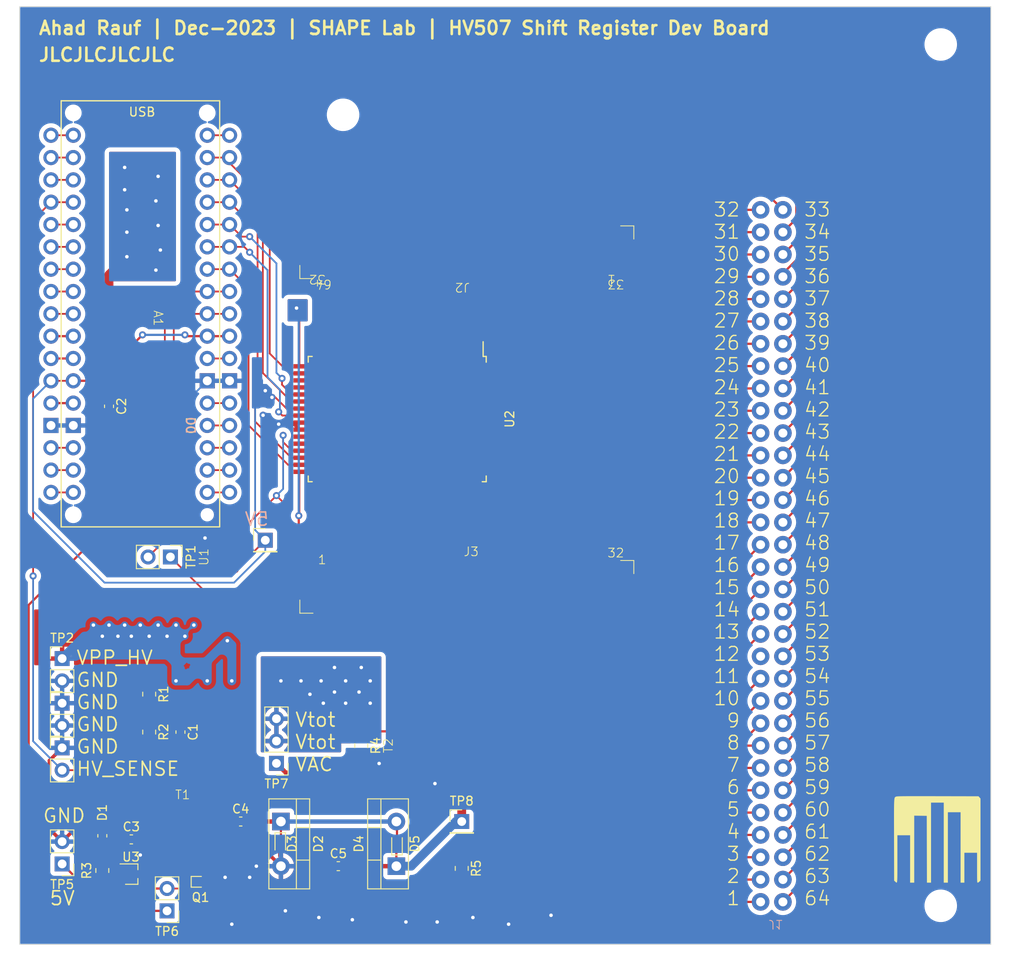
<source format=kicad_pcb>
(kicad_pcb (version 20221018) (generator pcbnew)
  (layers (0 "F.Cu" signal) (31 "B.Cu" signal) (34 "B.Paste" user) (35 "F.Paste" user) (36 "B.SilkS" user "B.Silkscreen") (37 "F.SilkS" user "F.Silkscreen") (38 "B.Mask" user) (39 "F.Mask" user) (44 "Edge.Cuts" user))
  (net 0 "")
  (net 1 "unconnected-(A1-3.3V-Pad3V3)")
  (net 2 "/5V")
  (net 3 "unconnected-(A1-PadA1)")
  (net 4 "unconnected-(A1-PadA2)")
  (net 5 "unconnected-(A1-PadA3)")
  (net 6 "unconnected-(A1-PadA4)")
  (net 7 "unconnected-(A1-PadA5)")
  (net 8 "unconnected-(A1-PadAREF)")
  (net 9 "unconnected-(A1-D0{slash}RX-PadD0)")
  (net 10 "unconnected-(A1-D1{slash}TX-PadD1)")
  (net 11 "unconnected-(A1-D2{slash}SDA-PadD2)")
  (net 12 "/DIOA")
  (net 13 "/POL")
  (net 14 "/BL")
  (net 15 "/DIR")
  (net 16 "/LE")
  (net 17 "/DIOB")
  (net 18 "/CLK")
  (net 19 "/CLK_EN")
  (net 20 "unconnected-(A1-PadD13)")
  (net 21 "GND")
  (net 22 "unconnected-(A1-SPI_MISO-PadMISO)")
  (net 23 "unconnected-(A1-SPI_MOSI-PadMOSI)")
  (net 24 "unconnected-(A1-RESET-PadRST1)")
  (net 25 "unconnected-(A1-RESET-PadRST2)")
  (net 26 "unconnected-(A1-SPI_SCK-PadSCK)")
  (net 27 "unconnected-(A1-SPI_CS-PadSS)")
  (net 28 "unconnected-(A1-PadVIN)")
  (net 29 "/VPP_HV")
  (net 30 "Net-(U2-HVOUT1)")
  (net 31 "Net-(U2-HVOUT2)")
  (net 32 "Net-(U2-HVOUT3)")
  (net 33 "Net-(U2-HVOUT4)")
  (net 34 "Net-(U2-HVOUT5)")
  (net 35 "Net-(U2-HVOUT6)")
  (net 36 "Net-(U2-HVOUT7)")
  (net 37 "Net-(U2-HVOUT8)")
  (net 38 "Net-(U2-HVOUT9)")
  (net 39 "Net-(U2-HVOUT10)")
  (net 40 "Net-(U2-HVOUT11)")
  (net 41 "Net-(U2-HVOUT12)")
  (net 42 "Net-(U2-HVOUT13)")
  (net 43 "Net-(U2-HVOUT14)")
  (net 44 "Net-(U2-HVOUT15)")
  (net 45 "Net-(U2-HVOUT16)")
  (net 46 "Net-(U2-HVOUT17)")
  (net 47 "Net-(U2-HVOUT18)")
  (net 48 "Net-(U2-HVOUT19)")
  (net 49 "Net-(U2-HVOUT20)")
  (net 50 "Net-(U2-HVOUT21)")
  (net 51 "Net-(U2-HVOUT22)")
  (net 52 "Net-(U2-HVOUT23)")
  (net 53 "Net-(U2-HVOUT24)")
  (net 54 "Net-(U2-HVOUT25)")
  (net 55 "Net-(U2-HVOUT26)")
  (net 56 "Net-(U2-HVOUT27)")
  (net 57 "Net-(U2-HVOUT28)")
  (net 58 "Net-(U2-HVOUT29)")
  (net 59 "Net-(U2-HVOUT30)")
  (net 60 "Net-(U2-HVOUT31)")
  (net 61 "Net-(U2-HVOUT32)")
  (net 62 "Net-(U2-HVOUT33)")
  (net 63 "Net-(U2-HVOUT34)")
  (net 64 "Net-(U2-HVOUT35)")
  (net 65 "Net-(U2-HVOUT36)")
  (net 66 "Net-(U2-HVOUT37)")
  (net 67 "Net-(U2-HVOUT38)")
  (net 68 "Net-(U2-HVOUT39)")
  (net 69 "Net-(U2-HVOUT40)")
  (net 70 "Net-(U2-HVOUT41)")
  (net 71 "Net-(U2-HVOUT42)")
  (net 72 "Net-(U2-HVOUT43)")
  (net 73 "Net-(U2-HVOUT44)")
  (net 74 "Net-(U2-HVOUT45)")
  (net 75 "Net-(U2-HVOUT46)")
  (net 76 "Net-(U2-HVOUT47)")
  (net 77 "Net-(U2-HVOUT48)")
  (net 78 "Net-(U2-HVOUT49)")
  (net 79 "Net-(U2-HVOUT50)")
  (net 80 "Net-(U2-HVOUT51)")
  (net 81 "Net-(U2-HVOUT52)")
  (net 82 "Net-(U2-HVOUT53)")
  (net 83 "Net-(U2-HVOUT54)")
  (net 84 "Net-(U2-HVOUT55)")
  (net 85 "Net-(U2-HVOUT56)")
  (net 86 "Net-(U2-HVOUT57)")
  (net 87 "Net-(U2-HVOUT58)")
  (net 88 "Net-(U2-HVOUT59)")
  (net 89 "Net-(U2-HVOUT60)")
  (net 90 "Net-(U2-HVOUT61)")
  (net 91 "Net-(U2-HVOUT62)")
  (net 92 "Net-(U2-HVOUT63)")
  (net 93 "Net-(U2-HVOUT64)")
  (net 98 "unconnected-(A1-PadD12)")
  (net 99 "/CLK2")
  (net 100 "/HV_SENSE")
  (net 101 "/5V_EXT")
  (net 102 "Net-(T1-SB)")
  (net 103 "Net-(D2-K)")
  (net 104 "/VDC_HV")
  (net 105 "Net-(D1-A)")
  (net 106 "Net-(Q1-D)")
  (net 107 "Net-(Q1-G)")
  (net 108 "/D3")
  (net 109 "/VDCAC_HV")
  (net 110 "Net-(T2-AA)")
  (footprint "Capacitor_SMD:C_0603_1608Metric_Pad1.08x0.95mm_HandSolder" (layer "F.Cu") (at 38.354 105.41)
    (fp_text reference "C4")
    (fp_text value "10n")
  )
  (footprint "Package_TO_SOT_SMD:SOT-323_SC-70" (layer "F.Cu") (at 25.924 111.394)
    (fp_text reference "U3")
    (fp_text value "MAX7375AXR105")
  )
  (footprint "User_Defined_Custom_Components:LPD5030V 1-1 Coupled Inductor" (layer "F.Cu") (at 58.42 96.774 90)
    (fp_text reference "T2")
    (fp_text value "Transformer_1P_1S")
  )
  (footprint "Capacitor_SMD:C_0603_1608Metric_Pad1.08x0.95mm_HandSolder" (layer "F.Cu") (at 22.606 107.0345 -90)
    (fp_text reference "D1")
    (fp_text value "LED")
  )
  (footprint "Capacitor_SMD:C_0603_1608Metric_Pad1.08x0.95mm_HandSolder" (layer "F.Cu") (at 31.496 95.234 -90)
    (fp_text reference "C1")
    (fp_text value "330n")
  )
  (footprint "Package_TO_SOT_THT:TO-220-2_Vertical" (layer "F.Cu") (at 56.063 110.49 90)
    (fp_text reference "D4")
    (fp_text value "D")
  )
  (footprint "Capacitor_SMD:C_0603_1608Metric_Pad1.08x0.95mm_HandSolder" (layer "F.Cu") (at 49.459 110.49)
    (fp_text reference "C5")
    (fp_text value "10n")
  )
  (footprint "Connector_PinHeader_2.54mm:PinHeader_1x02_P2.54mm_Vertical" (layer "F.Cu") (at 18.034 86.868)
    (fp_text reference "TP2")
    (fp_text value "TestPoint_2Pole")
  )
  (footprint "User_Defined_Custom_Components:shape_lab_logo_10mm" (layer "F.Cu") (at 117.602 107.442)
    (fp_text reference "G***" hide)
    (fp_text value "LOGO" hide)
  )
  (footprint "Diode_SMD:D_SOD-523" (layer "F.Cu") (at 56.134 107.95 90)
    (fp_text reference "D5")
    (fp_text value "D")
  )
  (footprint "Connector_PinHeader_2.54mm:PinHeader_1x03_P2.54mm_Vertical" (layer "F.Cu") (at 42.418 98.791 180)
    (fp_text reference "TP7")
    (fp_text value "~")
  )
  (footprint "MountingHole:MountingHole_3.2mm_M3" (layer "F.Cu") (at 118 17)
    (fp_text reference "REF**" hide)
    (fp_text value "MountingHole_3.2mm_M3")
  )
  (footprint "Connector_PinHeader_2.54mm:PinHeader_1x02_P2.54mm_Vertical" (layer "F.Cu") (at 18.034 91.948)
    (fp_text reference "TP3" hide)
    (fp_text value "TestPoint_2Pole")
  )
  (footprint "User_Defined_Custom_Components:UA7868-AE Coupled Inductor" (layer "F.Cu") (at 31.75 106.934)
    (fp_text reference "T1")
    (fp_text value "Transformer_1P_1S")
  )
  (footprint "Connector_PinHeader_2.54mm:PinHeader_1x02_P2.54mm_Vertical" (layer "F.Cu") (at 30.353 75.311 -90)
    (fp_text reference "TP1")
    (fp_text value "TestPoint_2Pole")
  )
  (footprint "Package_TO_SOT_SMD:SOT-883" (layer "F.Cu") (at 33.528 112.268)
    (fp_text reference "Q1")
    (fp_text value "NMOS")
  )
  (footprint "Resistor_SMD:R_0805_2012Metric_Pad1.20x1.40mm_HandSolder" (layer "F.Cu") (at 22.606 110.982 90)
    (fp_text reference "R3")
    (fp_text value "10k")
  )
  (footprint "Connector_PinHeader_2.54mm:PinHeader_1x01_P2.54mm_Vertical" (layer "F.Cu") (at 41.148 73.406)
    (fp_text reference "")
    (fp_text value "PinHeader_1x01_P2.54mm_Vertical")
  )
  (footprint "User_Defined_Custom_Components:SMD-4_3.2x2.5" (layer "F.Cu") (at 36.703 75.311 90)
    (fp_text reference "U1")
    (fp_text value "~")
  )
  (footprint "Package_QFP:PQFP-80_14x20mm_P0.8mm" (layer "F.Cu") (at 56.16 59.62 -90)
    (fp_text reference "U2")
    (fp_text value "~")
  )
  (footprint "MountingHole:MountingHole_3.2mm_M3" (layer "F.Cu") (at 118 115)
    (fp_text reference "REF**" hide)
    (fp_text value "MountingHole_3.2mm_M3")
  )
  (footprint "Package_TO_SOT_THT:TO-220-2_Vertical" (layer "F.Cu") (at 42.926 105.41 -90)
    (fp_text reference "D2")
    (fp_text value "D")
  )
  (footprint "Resistor_SMD:R_0805_2012Metric_Pad1.20x1.40mm_HandSolder" (layer "F.Cu") (at 27.94 95.234 -90)
    (fp_text reference "R2")
    (fp_text value "309k")
  )
  (footprint "Connector_PinHeader_2.54mm:PinHeader_1x02_P2.54mm_Vertical" (layer "F.Cu") (at 18.034 97.028)
    (fp_text reference "TP4" hide)
    (fp_text value "TestPoint_2Pole")
  )
  (footprint "Resistor_SMD:R_0805_2012Metric_Pad1.20x1.40mm_HandSolder" (layer "F.Cu") (at 27.94 90.916 -90)
    (fp_text reference "R1")
    (fp_text value "22M")
  )
  (footprint "Diode_SMD:D_SOD-523" (layer "F.Cu") (at 42.855 107.95 -90)
    (fp_text reference "D3")
    (fp_text value "D")
  )
  (footprint "Resistor_SMD:R_0805_2012Metric_Pad1.20x1.40mm_HandSolder" (layer "F.Cu") (at 52.07 96.774 -90)
    (fp_text reference "R4")
    (fp_text value "1Meg")
  )
  (footprint "Capacitor_SMD:C_0603_1608Metric_Pad1.08x0.95mm_HandSolder" (layer "F.Cu") (at 25.908 107.442)
    (fp_text reference "C3")
    (fp_text value "C")
  )
  (footprint "Connector_PinHeader_2.54mm:PinHeader_1x02_P2.54mm_Vertical" (layer "F.Cu") (at 18.034 110.236 180)
    (fp_text reference "TP5")
    (fp_text value "TestPoint_2Pole")
  )
  (footprint "Capacitor_SMD:C_0603_1608Metric_Pad1.08x0.95mm_HandSolder" (layer "F.Cu") (at 23.368 58.166 -90)
    (fp_text reference "C2")
    (fp_text value "100n")
  )
  (footprint "User_Defined_Custom_Components:CF25321D0R0-10-NH" (layer "F.Cu") (at 64.078 42.636 180)
    (fp_text reference "J2")
    (fp_text value "~")
  )
  (footprint "Connector_PinHeader_2.54mm:PinHeader_1x02_P2.54mm_Vertical" (layer "F.Cu") (at 29.972 115.575 180)
    (fp_text reference "TP6")
    (fp_text value "TestPoint_2Pole")
  )
  (footprint "User_Defined_Custom_Components:Arduino_Micro_Socket_ProbeRow" (layer "F.Cu") (at 29.464 47.6461 -90)
    (fp_text reference "A1")
    (fp_text value "Arduino_Micro_Socket")
  )
  (footprint "User_Defined_Custom_Components:CF25321D0R0-10-NH" (layer "F.Cu") (at 64.078 76.708)
    (fp_text reference "J3")
    (fp_text value "~")
  )
  (footprint "Connector_PinHeader_2.54mm:PinHeader_1x01_P2.54mm_Vertical" (layer "F.Cu") (at 63.5 105.41)
    (fp_text reference "TP8")
    (fp_text value "TestPoint")
  )
  (footprint "MountingHole:MountingHole_3.2mm_M3" (layer "F.Cu") (at 50 25)
    (fp_text reference "REF**" hide)
    (fp_text value "MountingHole_3.2mm_M3")
  )
  (footprint "Resistor_SMD:R_0805_2012Metric_Pad1.20x1.40mm_HandSolder" (layer "F.Cu") (at 63.5 110.744 -90)
    (fp_text reference "R5")
    (fp_text value "1Meg")
  )
  (footprint "User_Defined_Custom_Components:PinHeader_32x2_P2.54mm_Vertical2" (layer "B.Cu") (at 98.744 75.114)
    (fp_text reference "J1")
    (fp_text value "~")
  )
  (gr_rect (start 13.208 12.7) (end 123.698 119.38) (stroke (width 0.1)) (fill none) (layer "Edge.Cuts"))
  (gr_text "5V" (at 41.656 71.882) (layer "B.SilkS") (effects (font (size 1.5 1.5) (thickness 0.1875)) (justify left bottom mirror)))
  (gr_text "JLCJLCJLCJLC" (at 15.24 19.05) (layer "F.SilkS") (effects (font (size 1.5 1.5) (thickness 0.3) bold) (justify left bottom)))
  (gr_text "Ahad Rauf | Dec-2023 | SHAPE Lab | HV507 Shift Register Dev Board" (at 15.24 16.002) (layer "F.SilkS") (effects (font (size 1.5 1.5) (thickness 0.3) bold) (justify left bottom)))
  (gr_text "32\n31\n30\n29\n28\n27\n26\n25\n24\n23\n22\n21\n20\n19\n18\n17\n16\n15\n14\n13\n12\n11\n10\n9\n8\n7\n6\n5\n4\n3\n2\n1" (at 95.25 115.062) (layer "F.SilkS") (effects (font (size 1.57 1.57)) (justify right bottom)))
  (gr_text "33\n34\n35\n36\n37\n38\n39\n40\n41\n42\n43\n44\n45\n46\n47\n48\n49\n50\n51\n52\n53\n54\n55\n56\n57\n58\n59\n60\n61\n62\n63\n64" (at 102.362 115.062) (layer "F.SilkS") (effects (font (size 1.57 1.57)) (justify left bottom)))
  (gr_text "VPP_HV\nGND\nGND\nGND\nGND\nHV_SENSE" (at 19.558 100.33) (layer "F.SilkS") (effects (font (size 1.57 1.57) (thickness 0.1875)) (justify left bottom)))
  (gr_text "5V" (at 16.51 115.062) (layer "F.SilkS") (effects (font (size 1.57 1.57) (thickness 0.1875)) (justify left bottom)))
  (gr_text "GND" (at 15.748 105.664) (layer "F.SilkS") (effects (font (size 1.57 1.57) (thickness 0.1875)) (justify left bottom)))
  (gr_text "Vtot\nVtot\nVAC" (at 44.45 99.807) (layer "F.SilkS") (effects (font (size 1.57 1.57) (thickness 0.1875)) (justify left bottom)))
  (segment (start 19.304 50.1861) (end 16.764 50.1861) (width 0.25) (layer "F.Cu") (net 0))
  (segment (start 16.764 52.7261) (end 19.304 52.7261) (width 0.25) (layer "F.Cu") (net 0))
  (segment (start 19.304 29.8661) (end 16.764 29.8661) (width 0.2) (layer "F.Cu") (net 1))
  (segment (start 41.91 57.15) (end 41.148 56.388) (width 0.2) (layer "F.Cu") (net 2))
  (segment (start 37.503 76.371) (end 38.183 76.371) (width 0.2) (layer "F.Cu") (net 2))
  (segment (start 23.368 43.18) (end 23.368 57.3035) (width 1) (layer "F.Cu") (net 2))
  (segment (start 43.563793 58.42) (end 45.01 58.42) (width 0.2) (layer "F.Cu") (net 2))
  (segment (start 38.183 76.371) (end 41.148 73.406) (width 0.2) (layer "F.Cu") (net 2))
  (segment (start 23.368 57.3035) (end 21.3306 55.2661) (width 0.25) (layer "F.Cu") (net 2))
  (segment (start 25.4 41.148) (end 23.368 43.18) (width 1) (layer "F.Cu") (net 2))
  (segment (start 16.764 55.2661) (end 19.304 55.2661) (width 0.2) (layer "F.Cu") (net 2))
  (segment (start 42.293793 57.15) (end 43.563793 58.42) (width 0.2) (layer "F.Cu") (net 2))
  (segment (start 21.3306 55.2661) (end 19.304 55.2661) (width 0.25) (layer "F.Cu") (net 2))
  (segment (start 41.91 57.15) (end 42.293793 57.15) (width 0.2) (layer "F.Cu") (net 2))
  (via (at 28.702 34.798) (size 0.8) (drill 0.4) (layers "F.Cu" "B.Cu") (net 2))
  (via (at 28.702 42.672) (size 0.8) (drill 0.4) (layers "F.Cu" "B.Cu") (net 2))
  (via (at 41.148 56.388) (size 0.8) (drill 0.4) (layers "F.Cu" "B.Cu") (net 2))
  (via (at 29.21 40.386) (size 0.8) (drill 0.4) (layers "F.Cu" "B.Cu") (net 2))
  (via (at 25.146 30.988) (size 0.8) (drill 0.4) (layers "F.Cu" "B.Cu") (net 2))
  (via (at 25.4 41.148) (size 0.8) (drill 0.4) (layers "F.Cu" "B.Cu") (net 2))
  (via (at 28.956 37.592) (size 0.8) (drill 0.4) (layers "F.Cu" "B.Cu") (net 2))
  (via (at 25.4 35.814) (size 0.8) (drill 0.4) (layers "F.Cu" "B.Cu") (net 2))
  (via (at 28.956 32.004) (size 0.8) (drill 0.4) (layers "F.Cu" "B.Cu") (net 2))
  (via (at 25.146 33.528) (size 0.8) (drill 0.4) (layers "F.Cu" "B.Cu") (net 2))
  (via (at 41.91 57.15) (size 0.8) (drill 0.4) (layers "F.Cu" "B.Cu") (net 2))
  (via (at 25.4 38.354) (size 0.8) (drill 0.4) (layers "F.Cu" "B.Cu") (net 2))
  (segment (start 22.86 78.232) (end 37.592 78.232) (width 0.2) (layer "B.Cu") (net 2))
  (segment (start 39.994 72.252) (end 39.994 57.542) (width 0.2) (layer "B.Cu") (net 2))
  (segment (start 41.148 74.676) (end 41.148 73.406) (width 0.2) (layer "B.Cu") (net 2))
  (segment (start 14.732 57.2981) (end 14.732 70.104) (width 0.2) (layer "B.Cu") (net 2))
  (segment (start 14.732 70.104) (end 22.86 78.232) (width 0.2) (layer "B.Cu") (net 2))
  (segment (start 37.592 78.232) (end 41.148 74.676) (width 0.2) (layer "B.Cu") (net 2))
  (segment (start 41.148 73.406) (end 39.994 72.252) (width 0.2) (layer "B.Cu") (net 2))
  (segment (start 39.994 57.542) (end 41.148 56.388) (width 0.2) (layer "B.Cu") (net 2))
  (segment (start 16.764 55.2661) (end 14.732 57.2981) (width 0.2) (layer "B.Cu") (net 2))
  (segment (start 16.764 37.4861) (end 19.304 37.4861) (width 0.2) (layer "F.Cu") (net 3))
  (segment (start 19.304 40.0261) (end 16.764 40.0261) (width 0.2) (layer "F.Cu") (net 4))
  (segment (start 16.764 42.5661) (end 19.304 42.5661) (width 0.2) (layer "F.Cu") (net 5))
  (segment (start 19.304 45.1061) (end 16.764 45.1061) (width 0.2) (layer "F.Cu") (net 6))
  (segment (start 16.764 47.6461) (end 19.304 47.6461) (width 0.2) (layer "F.Cu") (net 7))
  (segment (start 16.764 32.4061) (end 19.304 32.4061) (width 0.2) (layer "F.Cu") (net 8))
  (segment (start 37.084 60.3461) (end 34.544 60.3461) (width 0.2) (layer "F.Cu") (net 9))
  (segment (start 34.544 62.8861) (end 37.084 62.8861) (width 0.2) (layer "F.Cu") (net 10))
  (segment (start 34.544 52.7261) (end 37.084 52.7261) (width 0.2) (layer "F.Cu") (net 11))
  (segment (start 37.084 29.8661) (end 36.472422 29.8661) (width 0.2) (layer "F.Cu") (net 12))
  (segment (start 41.656 52.166) (end 43.91 54.42) (width 0.2) (layer "F.Cu") (net 12))
  (segment (start 41.656 35.049678) (end 41.656 52.166) (width 0.2) (layer "F.Cu") (net 12))
  (segment (start 36.472422 29.8661) (end 41.656 35.049678) (width 0.2) (layer "F.Cu") (net 12))
  (segment (start 37.084 29.8661) (end 34.544 29.8661) (width 0.2) (layer "F.Cu") (net 12))
  (segment (start 43.91 54.42) (end 45.01 54.42) (width 0.2) (layer "F.Cu") (net 12))
  (segment (start 40.87 54.378528) (end 40.87 36.1921) (width 0.2) (layer "F.Cu") (net 13))
  (segment (start 44.111472 57.62) (end 40.87 54.378528) (width 0.2) (layer "F.Cu") (net 13))
  (segment (start 40.87 36.1921) (end 37.084 32.4061) (width 0.2) (layer "F.Cu") (net 13))
  (segment (start 44.111472 57.62) (end 45.01 57.62) (width 0.2) (layer "F.Cu") (net 13))
  (segment (start 34.544 32.4061) (end 37.084 32.4061) (width 0.2) (layer "F.Cu") (net 13))
  (segment (start 38.4599 38.862) (end 39.37 38.862) (width 0.2) (layer "F.Cu") (net 14))
  (segment (start 44.16 56.82) (end 45.01 56.82) (width 0.2) (layer "F.Cu") (net 14))
  (segment (start 43.053 54.991) (end 43.053 55.713) (width 0.2) (layer "F.Cu") (net 14))
  (segment (start 37.084 37.4861) (end 38.4599 38.862) (width 0.2) (layer "F.Cu") (net 14))
  (segment (start 34.544 37.4861) (end 37.084 37.4861) (width 0.2) (layer "F.Cu") (net 14))
  (segment (start 43.053 55.713) (end 44.16 56.82) (width 0.2) (layer "F.Cu") (net 14))
  (via (at 43.053 54.991) (size 0.8) (drill 0.4) (layers "F.Cu" "B.Cu") (net 14))
  (via (at 39.37 38.862) (size 0.8) (drill 0.4) (layers "F.Cu" "B.Cu") (net 14))
  (segment (start 43.053 54.991) (end 42.418 54.356) (width 0.2) (layer "B.Cu") (net 14))
  (segment (start 42.418 54.356) (end 42.418 41.91) (width 0.2) (layer "B.Cu") (net 14))
  (segment (start 42.418 41.91) (end 39.37 38.862) (width 0.2) (layer "B.Cu") (net 14))
  (segment (start 37.084 40.0261) (end 38.7561 40.0261) (width 0.2) (layer "F.Cu") (net 15))
  (segment (start 42.672 58.801) (end 43.091 59.22) (width 0.2) (layer "F.Cu") (net 15))
  (segment (start 43.091 59.22) (end 45.01 59.22) (width 0.2) (layer "F.Cu") (net 15))
  (segment (start 38.7561 40.0261) (end 39.37 40.64) (width 0.2) (layer "F.Cu") (net 15))
  (segment (start 37.084 40.0261) (end 34.544 40.0261) (width 0.2) (layer "F.Cu") (net 15))
  (via (at 42.672 58.801) (size 0.8) (drill 0.4) (layers "F.Cu" "B.Cu") (net 15))
  (via (at 39.37 40.64) (size 0.8) (drill 0.4) (layers "F.Cu" "B.Cu") (net 15))
  (segment (start 41.402 54.862603) (end 41.402 42.672) (width 0.2) (layer "B.Cu") (net 15))
  (segment (start 41.402 42.672) (end 39.37 40.64) (width 0.2) (layer "B.Cu") (net 15))
  (segment (start 42.81 58.663) (end 42.81 56.270603) (width 0.2) (layer "B.Cu") (net 15))
  (segment (start 42.81 56.270603) (end 41.402 54.862603) (width 0.2) (layer "B.Cu") (net 15))
  (segment (start 42.672 58.801) (end 42.81 58.663) (width 0.2) (layer "B.Cu") (net 15))
  (segment (start 39.994 59.904) (end 44.11 64.02) (width 0.2) (layer "F.Cu") (net 16))
  (segment (start 40.27 54.726) (end 39.994 55.002) (width 0.2) (layer "F.Cu") (net 16))
  (segment (start 37.084 34.9461) (end 34.544 34.9461) (width 0.2) (layer "F.Cu") (net 16))
  (segment (start 40.27 38.1321) (end 40.27 54.726) (width 0.2) (layer "F.Cu") (net 16))
  (segment (start 37.084 34.9461) (end 40.27 38.1321) (width 0.2) (layer "F.Cu") (net 16))
  (segment (start 39.994 55.002) (end 39.994 59.904) (width 0.2) (layer "F.Cu") (net 16))
  (segment (start 44.11 64.02) (end 45.01 64.02) (width 0.2) (layer "F.Cu") (net 16))
  (segment (start 39.243 60.325) (end 39.243 44.7251) (width 0.2) (layer "F.Cu") (net 17))
  (segment (start 45.01 64.82) (end 43.738 64.82) (width 0.2) (layer "F.Cu") (net 17))
  (segment (start 39.243 44.7251) (end 37.084 42.5661) (width 0.2) (layer "F.Cu") (net 17))
  (segment (start 43.738 64.82) (end 39.243 60.325) (width 0.2) (layer "F.Cu") (net 17))
  (segment (start 34.544 42.5661) (end 37.084 42.5661) (width 0.2) (layer "F.Cu") (net 17))
  (segment (start 37.503 74.291) (end 37.503 73.241) (width 0.2) (layer "F.Cu") (net 18))
  (segment (start 37.503 73.241) (end 42.418 68.326) (width 0.2) (layer "F.Cu") (net 18))
  (segment (start 44.16 63.22) (end 45.01 63.22) (width 0.2) (layer "F.Cu") (net 18))
  (segment (start 39.878 79.121) (end 34.163 79.121) (width 0.2) (layer "F.Cu") (net 18))
  (segment (start 43.688 69.596) (end 43.688 75.311) (width 0.2) (layer "F.Cu") (net 18))
  (segment (start 43.18 62.24) (end 44.16 63.22) (width 0.2) (layer "F.Cu") (net 18))
  (segment (start 34.163 79.121) (end 30.353 75.311) (width 0.2) (layer "F.Cu") (net 18))
  (segment (start 43.18 61.468) (end 43.18 62.24) (width 0.2) (layer "F.Cu") (net 18))
  (segment (start 43.688 75.311) (end 39.878 79.121) (width 0.2) (layer "F.Cu") (net 18))
  (segment (start 42.418 68.326) (end 43.688 69.596) (width 0.2) (layer "F.Cu") (net 18))
  (via (at 42.418 68.326) (size 0.8) (drill 0.4) (layers "F.Cu" "B.Cu") (net 18))
  (via (at 43.18 61.468) (size 0.8) (drill 0.4) (layers "F.Cu" "B.Cu") (net 18))
  (segment (start 42.418 68.326) (end 43.18 67.564) (width 0.2) (layer "B.Cu") (net 18))
  (segment (start 43.18 67.564) (end 43.18 61.468) (width 0.2) (layer "B.Cu") (net 18))
  (segment (start 30.734 71.202) (end 30.734 49.022) (width 0.2) (layer "F.Cu") (net 19))
  (segment (start 35.903 76.371) (end 30.734 71.202) (width 0.2) (layer "F.Cu") (net 19))
  (segment (start 32.1099 47.6461) (end 34.544 47.6461) (width 0.2) (layer "F.Cu") (net 19))
  (segment (start 34.544 47.6461) (end 37.084 47.6461) (width 0.2) (layer "F.Cu") (net 19))
  (segment (start 30.734 49.022) (end 32.1099 47.6461) (width 0.2) (layer "F.Cu") (net 19))
  (segment (start 16.764 27.3261) (end 19.304 27.3261) (width 0.2) (layer "F.Cu") (net 20))
  (segment (start 18.034 94.488) (end 18.034 97.028) (width 0.4) (layer "F.Cu") (net 21))
  (segment (start 53.102 98.806) (end 52.07 97.774) (width 0.4) (layer "F.Cu") (net 21))
  (segment (start 42.672 60.198) (end 44.438 60.198) (width 0.4) (layer "F.Cu") (net 21))
  (segment (start 40.132 110.49) (end 35.656 110.49) (width 0.4) (layer "F.Cu") (net 21))
  (segment (start 35.656 110.49) (end 33.978 112.168) (width 0.4) (layer "F.Cu") (net 21))
  (segment (start 23.7755 106.172) (end 25.0455 107.442) (width 0.4) (layer "F.Cu") (net 21))
  (segment (start 42.855 110.419) (end 42.926 110.49) (width 0.4) (layer "F.Cu") (net 21))
  (segment (start 44.438 60.198) (end 45.01 60.77) (width 0.4) (layer "F.Cu") (net 21))
  (segment (start 31.3585 96.234) (end 31.496 96.0965) (width 0.4) (layer "F.Cu") (net 21))
  (segment (start 60.452 101.092) (end 60.452 98.806) (width 0.4) (layer "F.Cu") (net 21))
  (segment (start 40.894 59.182) (end 41.91 60.198) (width 0.4) (layer "F.Cu") (net 21))
  (segment (start 61.452 113.792) (end 63.5 111.744) (width 0.4) (layer "F.Cu") (net 21))
  (segment (start 42.8 60.07) (end 45.01 60.07) (width 0.4) (layer "F.Cu") (net 21))
  (segment (start 33.655 109.251) (end 34.894 110.49) (width 0.4) (layer "F.Cu") (net 21))
  (segment (start 42.926 110.49) (end 48.5965 110.49) (width 0.4) (layer "F.Cu") (net 21))
  (segment (start 27.94 96.234) (end 31.3585 96.234) (width 0.4) (layer "F.Cu") (net 21))
  (segment (start 22.606 106.172) (end 23.7755 106.172) (width 0.4) (layer "F.Cu") (net 21))
  (segment (start 54.102 98.806) (end 53.102 98.806) (width 0.4) (layer "F.Cu") (net 21))
  (segment (start 16.584 98.478) (end 16.584 106.246) (width 0.4) (layer "F.Cu") (net 21))
  (segment (start 37.084 55.2661) (end 34.544 55.2661) (width 0.2) (layer "F.Cu") (net 21))
  (segment (start 42.855 108.65) (end 42.855 110.419) (width 0.4) (layer "F.Cu") (net 21))
  (segment (start 33.655 108.839) (end 41.275 108.839) (width 0.4) (layer "F.Cu") (net 21))
  (segment (start 22.0504 60.3461) (end 23.368 59.0285) (width 0.2) (layer "F.Cu") (net 21))
  (segment (start 42.672 60.198) (end 42.8 60.07) (width 0.4) (layer "F.Cu") (net 21))
  (segment (start 41.91 60.198) (end 42.672 60.198) (width 0.4) (layer "F.Cu") (net 21))
  (segment (start 41.275 108.839) (end 42.926 110.49) (width 0.4) (layer "F.Cu") (net 21))
  (segment (start 16.764 60.3461) (end 19.304 60.3461) (width 0.4) (layer "F.Cu") (net 21))
  (segment (start 33.655 108.839) (end 33.655 109.251) (width 0.4) (layer "F.Cu") (net 21))
  (segment (start 40.132 110.49) (end 34.894 110.49) (width 0.4) (layer "F.Cu") (net 21))
  (segment (start 18.034 107.696) (end 19.558 106.172) (width 0.4) (layer "F.Cu") (net 21))
  (segment (start 60.452 98.806) (end 60.045 98.399) (width 0.4) (layer "F.Cu") (net 21))
  (segment (start 27.146 97.028) (end 27.94 96.234) (width 0.4) (layer "F.Cu") (net 21))
  (segment (start 19.558 106.172) (end 22.606 106.172) (width 0.4) (layer "F.Cu") (net 21))
  (segment (start 18.034 91.948) (end 18.034 94.488) (width 0.4) (layer "F.Cu") (net 21))
  (segment (start 18.034 97.028) (end 16.584 98.478) (width 0.4) (layer "F.Cu") (net 21))
  (segment (start 16.584 106.246) (end 18.034 107.696) (width 0.4) (layer "F.Cu") (net 21))
  (segment (start 48.5965 110.49) (end 51.8985 113.792) (width 0.4) (layer "F.Cu") (net 21))
  (segment (start 51.8985 113.792) (end 61.452 113.792) (width 0.4) (layer "F.Cu") (net 21))
  (segment (start 40.132 110.49) (end 42.926 110.49) (width 0.4) (layer "F.Cu") (net 21))
  (segment (start 33.978 112.168) (end 33.978 112.268) (width 0.4) (layer "F.Cu") (net 21))
  (segment (start 34.804 73.152) (end 35.903 74.251) (width 0.4) (layer "F.Cu") (net 21))
  (segment (start 18.034 89.408) (end 18.034 91.948) (width 0.4) (layer "F.Cu") (net 21))
  (segment (start 34.29 73.152) (end 34.804 73.152) (width 0.4) (layer "F.Cu") (net 21))
  (segment (start 18.034 97.028) (end 27.146 97.028) (width 0.4) (layer "F.Cu") (net 21))
  (segment (start 19.304 60.3461) (end 22.0504 60.3461) (width 0.2) (layer "F.Cu") (net 21))
  (segment (start 26.924 109.22) (end 26.924 111.394) (width 0.5) (layer "F.Cu") (net 21))
  (via (at 36.576 111.76) (size 0.8) (drill 0.4) (layers "F.Cu" "B.Cu") (net 21))
  (via (at 26.924 109.22) (size 0.8) (drill 0.4) (layers "F.Cu" "B.Cu") (net 21))
  (via (at 73.66 116.078) (size 0.8) (drill 0.4) (layers "F.Cu" "B.Cu") (net 21))
  (via (at 64.77 116.332) (size 0.8) (drill 0.4) (layers "F.Cu" "B.Cu") (net 21))
  (via (at 54.102 98.806) (size 0.8) (drill 0.4) (layers "F.Cu" "B.Cu") (net 21))
  (via (at 60.452 101.092) (size 0.8) (drill 0.4) (layers "F.Cu" "B.Cu") (net 21))
  (via (at 51.054 116.586) (size 0.8) (drill 0.4) (layers "F.Cu" "B.Cu") (net 21))
  (via (at 68.834 117.094) (size 0.8) (drill 0.4) (layers "F.Cu" "B.Cu") (net 21))
  (via (at 40.132 110.49) (size 0.8) (drill 0.4) (layers "F.Cu" "B.Cu") (net 21))
  (via (at 39.37 111.76) (size 0.8) (drill 0.4) (layers "F.Cu" "B.Cu") (net 21))
  (via (at 37.338 117.094) (size 0.8) (drill 0.4) (layers "F.Cu" "B.Cu") (net 21))
  (via (at 34.29 73.152) (size 0.8) (drill 0.4) (layers "F.Cu" "B.Cu") (net 21))
  (via (at 47.244 116.332) (size 0.8) (drill 0.4) (layers "F.Cu" "B.Cu") (net 21))
  (via (at 42.672 60.198) (size 0.8) (drill 0.4) (layers "F.Cu" "B.Cu") (net 21))
  (via (at 60.706 116.84) (size 0.8) (drill 0.4) (layers "F.Cu" "B.Cu") (net 21))
  (via (at 57.15 116.84) (size 0.8) (drill 0.4) (layers "F.Cu" "B.Cu") (net 21))
  (via (at 40.894 59.182) (size 0.8) (drill 0.4) (layers "F.Cu" "B.Cu") (net 21))
  (via (at 43.434 115.57) (size 0.8) (drill 0.4) (layers "F.Cu" "B.Cu") (net 21))
  (segment (start 56.388 101.092) (end 60.452 101.092) (width 0.4) (layer "B.Cu") (net 21))
  (segment (start 34.29 73.152) (end 29.464 68.326) (width 0.4) (layer "B.Cu") (net 21))
  (segment (start 19.304 60.3461) (end 29.464 60.3461) (width 0.2) (layer "B.Cu") (net 21))
  (segment (start 29.464 60.3461) (end 34.544 55.2661) (width 0.2) (layer "B.Cu") (net 21))
  (segment (start 29.464 68.326) (end 29.464 60.3461) (width 0.4) (layer "B.Cu") (net 21))
  (segment (start 54.102 98.806) (end 56.388 101.092) (width 0.4) (layer "B.Cu") (net 21))
  (segment (start 19.304 65.4261) (end 16.764 65.4261) (width 0.2) (layer "F.Cu") (net 22))
  (segment (start 34.544 67.9661) (end 37.084 67.9661) (width 0.2) (layer "F.Cu") (net 23))
  (segment (start 16.764 57.8061) (end 19.304 57.8061) (width 0.25) (layer "F.Cu") (net 24))
  (segment (start 34.544 57.8061) (end 37.084 57.8061) (width 0.2) (layer "F.Cu") (net 25))
  (segment (start 16.764 67.9661) (end 19.304 67.9661) (width 0.2) (layer "F.Cu") (net 26))
  (segment (start 37.084 65.4261) (end 34.544 65.4261) (width 0.2) (layer "F.Cu") (net 27))
  (segment (start 16.764 62.8861) (end 19.304 62.8861) (width 0.2) (layer "F.Cu") (net 28))
  (segment (start 27.94 89.916) (end 24.892 86.868) (width 0.2) (layer "F.Cu") (net 29))
  (segment (start 45.01 70.56) (end 44.958 70.612) (width 0.25) (layer "F.Cu") (net 29))
  (segment (start 44.958 74.924882) (end 33.014883 86.868) (width 0.25) (layer "F.Cu") (net 29))
  (segment (start 45.01 65.62) (end 45.01 70.56) (width 0.25) (layer "F.Cu") (net 29))
  (segment (start 45.01 47.296) (end 45.01 53.62) (width 0.25) (layer "F.Cu") (net 29))
  (segment (start 44.704 46.99) (end 45.01 47.296) (width 0.25) (layer "F.Cu") (net 29))
  (segment (start 24.892 86.868) (end 18.034 86.868) (width 0.2) (layer "F.Cu") (net 29))
  (segment (start 44.958 70.612) (end 44.958 74.924882) (width 0.25) (layer "F.Cu") (net 29))
  (segment (start 33.014883 86.868) (end 18.034 86.868) (width 0.25) (layer "F.Cu") (net 29))
  (via (at 23.368 83.058) (size 0.8) (drill 0.4) (layers "F.Cu" "B.Cu") (net 29))
  (via (at 30.988 89.408) (size 0.8) (drill 0.4) (layers "F.Cu" "B.Cu") (net 29))
  (via (at 24.384 84.328) (size 0.8) (drill 0.4) (layers "F.Cu" "B.Cu") (net 29))
  (via (at 34.544 89.408) (size 0.8) (drill 0.4) (layers "F.Cu" "B.Cu") (net 29))
  (via (at 25.908 84.328) (size 0.8) (drill 0.4) (layers "F.Cu" "B.Cu") (net 29))
  (via (at 30.988 83.058) (size 0.8) (drill 0.4) (layers "F.Cu" "B.Cu") (net 29))
  (via (at 26.924 83.058) (size 0.8) (drill 0.4) (layers "F.Cu" "B.Cu") (net 29))
  (via (at 44.704 46.99) (size 0.8) (drill 0.4) (layers "F.Cu" "B.Cu") (net 29))
  (via (at 33.02 83.058) (size 0.8) (drill 0.4) (layers "F.Cu" "B.Cu") (net 29))
  (via (at 44.958 70.612) (size 0.8) (drill 0.4) (layers "F.Cu" "B.Cu") (net 29))
  (via (at 22.606 84.328) (size 0.8) (drill 0.4) (layers "F.Cu" "B.Cu") (net 29))
  (via (at 21.59 83.058) (size 0.8) (drill 0.4) (layers "F.Cu" "B.Cu") (net 29))
  (via (at 28.956 83.058) (size 0.8) (drill 0.4) (layers "F.Cu" "B.Cu") (net 29))
  (via (at 32.004 84.328) (size 0.8) (drill 0.4) (layers "F.Cu" "B.Cu") (net 29))
  (via (at 27.94 84.328) (size 0.8) (drill 0.4) (layers "F.Cu" "B.Cu") (net 29))
  (via (at 36.83 84.836) (size 0.8) (drill 0.4) (layers "F.Cu" "B.Cu") (net 29))
  (via (at 29.972 84.328) (size 0.8) (drill 0.4) (layers "F.Cu" "B.Cu") (net 29))
  (via (at 37.338 89.408) (size 0.8) (drill 0.4) (layers "F.Cu" "B.Cu") (net 29))
  (via (at 25.146 83.058) (size 0.8) (drill 0.4) (layers "F.Cu" "B.Cu") (net 29))
  (segment (start 24.638 85.344) (end 25.146 85.344) (width 0.2) (layer "B.Cu") (net 29))
  (segment (start 30.988 89.408) (end 30.988 85.344) (width 1) (layer "B.Cu") (net 29))
  (segment (start 24.13 84.328) (end 24.384 84.328) (width 0.2) (layer "B.Cu") (net 29))
  (segment (start 24.13 85.852) (end 28.448 85.852) (width 1) (layer "B.Cu") (net 29))
  (segment (start 32.258 89.408) (end 36.83 84.836) (width 1) (layer "B.Cu") (net 29))
  (segment (start 34.544 87.122) (end 36.83 84.836) (width 1) (layer "B.Cu") (net 29))
  (segment (start 19.304 86.868) (end 19.558 86.614) (width 0.2) (layer "B.Cu") (net 29))
  (segment (start 27.178 86.868) (end 30.988 83.058) (width 0.2) (layer "B.Cu") (net 29))
  (segment (start 25.146 85.344) (end 25.4 85.09) (width 0.2) (layer "B.Cu") (net 29))
  (segment (start 44.704 46.99) (end 44.958 47.244) (width 0.25) (layer "B.Cu") (net 29))
  (segment (start 23.368 83.058) (end 25.4 85.09) (width 1) (layer "B.Cu") (net 29))
  (segment (start 25.4 85.09) (end 26.924 85.09) (width 1) (layer "B.Cu") (net 29))
  (segment (start 30.988 87.376) (end 27.94 84.328) (width 1) (layer "B.Cu") (net 29))
  (segment (start 28.448 85.852) (end 29.972 84.328) (width 1) (layer "B.Cu") (net 29))
  (segment (start 19.558 86.614) (end 20.574 85.598) (width 0.2) (layer "B.Cu") (net 29))
  (segment (start 22.606 84.328) (end 20.574 84.328) (width 1) (layer "B.Cu") (net 29))
  (segment (start 20.574 85.598) (end 23.368 85.598) (width 0.2) (layer "B.Cu") (net 29))
  (segment (start 18.034 86.868) (end 27.178 86.868) (width 0.2) (layer "B.Cu") (net 29))
  (segment (start 21.336 85.598) (end 22.86 85.598) (width 0.2) (layer "B.Cu") (net 29))
  (segment (start 27.178 85.09) (end 27.94 84.328) (width 0.2) (layer "B.Cu") (net 29))
  (segment (start 37.338 89.408) (end 37.338 85.344) (width 1) (layer "B.Cu") (net 29))
  (segment (start 18.034 86.868) (end 19.304 86.868) (width 0.2) (layer "B.Cu") (net 29))
  (segment (start 26.924 85.09) (end 27.178 85.09) (width 0.2) (layer "B.Cu") (net 29))
  (segment (start 21.59 83.312) (end 21.59 83.058) (width 0.2) (layer "B.Cu") (net 29))
  (segment (start 37.338 85.344) (end 36.83 84.836) (width 1) (layer "B.Cu") (net 29))
  (segment (start 18.034 86.868) (end 34.798 86.868) (width 0.2) (layer "B.Cu") (net 29))
  (segment (start 22.606 84.328) (end 24.13 85.852) (width 1) (layer "B.Cu") (net 29))
  (segment (start 22.606 84.328) (end 21.844 84.328) (width 1) (layer "B.Cu") (net 29))
  (segment (start 44.958 47.244) (end 44.958 70.612) (width 0.25) (layer "B.Cu") (net 29))
  (segment (start 30.988 89.408) (end 30.988 87.376) (width 1) (layer "B.Cu") (net 29))
  (segment (start 21.59 85.344) (end 21.336 85.598) (width 0.2) (layer "B.Cu") (net 29))
  (segment (start 34.798 86.868) (end 36.83 84.836) (width 0.2) (layer "B.Cu") (net 29))
  (segment (start 28.956 83.058) (end 26.924 85.09) (width 1) (layer "B.Cu") (net 29))
  (segment (start 22.86 85.598) (end 24.13 84.328) (width 0.2) (layer "B.Cu") (net 29))
  (segment (start 30.988 89.408) (end 32.258 89.408) (width 1) (layer "B.Cu") (net 29))
  (segment (start 23.368 85.598) (end 23.876 86.106) (width 0.2) (layer "B.Cu") (net 29))
  (segment (start 34.544 89.408) (end 34.544 87.122) (width 1) (layer "B.Cu") (net 29))
  (segment (start 21.844 84.328) (end 19.558 86.614) (width 1) (layer "B.Cu") (net 29))
  (segment (start 30.988 85.344) (end 29.972 84.328) (width 1) (layer "B.Cu") (net 29))
  (segment (start 21.59 83.058) (end 21.59 85.344) (width 0.2) (layer "B.Cu") (net 29))
  (segment (start 18.034 86.868) (end 21.59 83.312) (width 0.2) (layer "B.Cu") (net 29))
  (segment (start 23.876 86.106) (end 24.638 85.344) (width 0.2) (layer "B.Cu") (net 29))
  (segment (start 20.574 84.328) (end 18.034 86.868) (width 1) (layer "B.Cu") (net 29))
  (segment (start 46.96 75.09) (end 48.578 76.708) (width 0.25) (layer "F.Cu") (net 30))
  (segment (start 48.578 76.708) (end 48.578 77.365315) (width 0.25) (layer "F.Cu") (net 30))
  (segment (start 48.578 77.365315) (end 85.766685 114.554) (width 0.25) (layer "F.Cu") (net 30))
  (segment (start 46.96 67.77) (end 46.96 75.09) (width 0.25) (layer "F.Cu") (net 30))
  (segment (start 85.766685 114.554) (end 97.504 114.554) (width 0.25) (layer "F.Cu") (net 30))
  (segment (start 49.578 76.050685) (end 49.578 76.708) (width 0.25) (layer "F.Cu") (net 31))
  (segment (start 47.76 67.77) (end 47.76 74.232685) (width 0.25) (layer "F.Cu") (net 31))
  (segment (start 47.76 74.232685) (end 49.578 76.050685) (width 0.25) (layer "F.Cu") (net 31))
  (segment (start 49.578 77.365315) (end 49.578 76.708) (width 0.25) (layer "F.Cu") (net 31))
  (segment (start 97.504 112.014) (end 84.226685 112.014) (width 0.25) (layer "F.Cu") (net 31))
  (segment (start 84.226685 112.014) (end 49.578 77.365315) (width 0.25) (layer "F.Cu") (net 31))
  (segment (start 48.56 67.77) (end 48.56 74.032685) (width 0.25) (layer "F.Cu") (net 32))
  (segment (start 82.686685 109.474) (end 97.504 109.474) (width 0.25) (layer "F.Cu") (net 32))
  (segment (start 50.578 76.708) (end 50.578 77.365315) (width 0.25) (layer "F.Cu") (net 32))
  (segment (start 48.56 74.032685) (end 50.578 76.050685) (width 0.25) (layer "F.Cu") (net 32))
  (segment (start 50.578 76.050685) (end 50.578 76.708) (width 0.25) (layer "F.Cu") (net 32))
  (segment (start 50.578 77.365315) (end 82.686685 109.474) (width 0.25) (layer "F.Cu") (net 32))
  (segment (start 81.146685 106.934) (end 51.578 77.365315) (width 0.25) (layer "F.Cu") (net 33))
  (segment (start 51.578 76.050685) (end 51.578 76.708) (width 0.25) (layer "F.Cu") (net 33))
  (segment (start 51.578 77.365315) (end 51.578 76.708) (width 0.25) (layer "F.Cu") (net 33))
  (segment (start 49.36 73.832685) (end 51.578 76.050685) (width 0.25) (layer "F.Cu") (net 33))
  (segment (start 49.36 67.77) (end 49.36 73.832685) (width 0.25) (layer "F.Cu") (net 33))
  (segment (start 97.504 106.934) (end 81.146685 106.934) (width 0.25) (layer "F.Cu") (net 33))
  (segment (start 50.16 73.632685) (end 52.578 76.050685) (width 0.25) (layer "F.Cu") (net 34))
  (segment (start 52.578 77.426476) (end 52.578 76.708) (width 0.25) (layer "F.Cu") (net 34))
  (segment (start 50.16 67.77) (end 50.16 73.632685) (width 0.25) (layer "F.Cu") (net 34))
  (segment (start 97.504 104.394) (end 79.545524 104.394) (width 0.25) (layer "F.Cu") (net 34))
  (segment (start 52.578 76.050685) (end 52.578 76.708) (width 0.25) (layer "F.Cu") (net 34))
  (segment (start 79.545524 104.394) (end 52.578 77.426476) (width 0.25) (layer "F.Cu") (net 34))
  (segment (start 77.924762 101.854) (end 97.504 101.854) (width 0.25) (layer "F.Cu") (net 35))
  (segment (start 50.96 67.77) (end 50.96 73.432685) (width 0.25) (layer "F.Cu") (net 35))
  (segment (start 50.96 73.432685) (end 53.578 76.050685) (width 0.25) (layer "F.Cu") (net 35))
  (segment (start 53.578 76.050685) (end 53.578 76.708) (width 0.25) (layer "F.Cu") (net 35))
  (segment (start 53.578 77.507238) (end 77.924762 101.854) (width 0.25) (layer "F.Cu") (net 35))
  (segment (start 53.578 76.708) (end 53.578 77.507238) (width 0.25) (layer "F.Cu") (net 35))
  (segment (start 54.578 77.588) (end 54.578 76.708) (width 0.25) (layer "F.Cu") (net 36))
  (segment (start 51.76 73.232685) (end 54.578 76.050685) (width 0.25) (layer "F.Cu") (net 36))
  (segment (start 97.504 99.314) (end 76.304 99.314) (width 0.25) (layer "F.Cu") (net 36))
  (segment (start 51.76 67.77) (end 51.76 73.232685) (width 0.25) (layer "F.Cu") (net 36))
  (segment (start 76.304 99.314) (end 54.578 77.588) (width 0.25) (layer "F.Cu") (net 36))
  (segment (start 54.578 76.050685) (end 54.578 76.708) (width 0.25) (layer "F.Cu") (net 36))
  (segment (start 74.88162 96.774) (end 55.578 77.47038) (width 0.25) (layer "F.Cu") (net 37))
  (segment (start 97.504 96.774) (end 74.88162 96.774) (width 0.25) (layer "F.Cu") (net 37))
  (segment (start 52.56 67.77) (end 52.56 73.032685) (width 0.25) (layer "F.Cu") (net 37))
  (segment (start 55.578 77.47038) (end 55.578 76.708) (width 0.25) (layer "F.Cu") (net 37))
  (segment (start 55.578 76.050685) (end 55.578 76.708) (width 0.25) (layer "F.Cu") (net 37))
  (segment (start 52.56 73.032685) (end 55.578 76.050685) (width 0.25) (layer "F.Cu") (net 37))
  (segment (start 56.578 76.050685) (end 56.578 76.708) (width 0.25) (layer "F.Cu") (net 38))
  (segment (start 56.578 77.551142) (end 74.576858 95.55) (width 0.25) (layer "F.Cu") (net 38))
  (segment (start 56.578 76.708) (end 56.578 77.551142) (width 0.25) (layer "F.Cu") (net 38))
  (segment (start 96.188 95.55) (end 97.504 94.234) (width 0.25) (layer "F.Cu") (net 38))
  (segment (start 53.36 72.832685) (end 56.578 76.050685) (width 0.25) (layer "F.Cu") (net 38))
  (segment (start 53.36 67.77) (end 53.36 72.832685) (width 0.25) (layer "F.Cu") (net 38))
  (segment (start 74.576858 95.55) (end 96.188 95.55) (width 0.25) (layer "F.Cu") (net 38))
  (segment (start 57.578 77.631904) (end 57.578 76.708) (width 0.25) (layer "F.Cu") (net 39))
  (segment (start 54.185 67.795) (end 54.185 72.657685) (width 0.25) (layer "F.Cu") (net 39))
  (segment (start 94.298 94.9) (end 74.846096 94.9) (width 0.25) (layer "F.Cu") (net 39))
  (segment (start 54.16 67.77) (end 54.185 67.795) (width 0.25) (layer "F.Cu") (net 39))
  (segment (start 57.578 76.050685) (end 57.578 76.708) (width 0.25) (layer "F.Cu") (net 39))
  (segment (start 97.504 91.694) (end 94.298 94.9) (width 0.25) (layer "F.Cu") (net 39))
  (segment (start 54.185 72.657685) (end 57.578 76.050685) (width 0.25) (layer "F.Cu") (net 39))
  (segment (start 74.846096 94.9) (end 57.578 77.631904) (width 0.25) (layer "F.Cu") (net 39))
  (segment (start 58.578 77.712666) (end 58.578 76.708) (width 0.25) (layer "F.Cu") (net 40))
  (segment (start 54.96 67.77) (end 54.96 72.432685) (width 0.25) (layer "F.Cu") (net 40))
  (segment (start 54.96 72.432685) (end 58.578 76.050685) (width 0.25) (layer "F.Cu") (net 40))
  (segment (start 97.504 89.154) (end 92.408 94.25) (width 0.25) (layer "F.Cu") (net 40))
  (segment (start 92.408 94.25) (end 75.115334 94.25) (width 0.25) (layer "F.Cu") (net 40))
  (segment (start 75.115334 94.25) (end 58.578 77.712666) (width 0.25) (layer "F.Cu") (net 40))
  (segment (start 58.578 76.050685) (end 58.578 76.708) (width 0.25) (layer "F.Cu") (net 40))
  (segment (start 59.578 76.050685) (end 59.578 76.708) (width 0.25) (layer "F.Cu") (net 41))
  (segment (start 55.76 67.77) (end 55.76 72.232685) (width 0.25) (layer "F.Cu") (net 41))
  (segment (start 55.76 72.232685) (end 59.578 76.050685) (width 0.25) (layer "F.Cu") (net 41))
  (segment (start 56.56 72.032685) (end 60.578 76.050685) (width 0.25) (layer "F.Cu") (net 42))
  (segment (start 75.384572 93.6) (end 60.578 78.793428) (width 0.25) (layer "F.Cu") (net 42))
  (segment (start 60.578 76.050685) (end 60.578 76.708) (width 0.25) (layer "F.Cu") (net 42))
  (segment (start 60.578 78.793428) (end 60.578 76.708) (width 0.25) (layer "F.Cu") (net 42))
  (segment (start 97.504 84.074) (end 87.978 93.6) (width 0.25) (layer "F.Cu") (net 42))
  (segment (start 56.56 67.77) (end 56.56 72.032685) (width 0.25) (layer "F.Cu") (net 42))
  (segment (start 87.978 93.6) (end 75.384572 93.6) (width 0.25) (layer "F.Cu") (net 42))
  (segment (start 57.36 71.832685) (end 61.578 76.050685) (width 0.25) (layer "F.Cu") (net 43))
  (segment (start 57.36 67.77) (end 57.36 71.832685) (width 0.25) (layer "F.Cu") (net 43))
  (segment (start 61.578 76.050685) (end 61.578 76.708) (width 0.25) (layer "F.Cu") (net 43))
  (segment (start 86.954578 92.95) (end 75.65381 92.95) (width 0.25) (layer "F.Cu") (net 43))
  (segment (start 94.22 85.684576) (end 86.954578 92.95) (width 0.25) (layer "F.Cu") (net 43))
  (segment (start 97.504 81.534) (end 94.22 84.818) (width 0.25) (layer "F.Cu") (net 43))
  (segment (start 61.578 78.87419) (end 61.578 76.708) (width 0.25) (layer "F.Cu") (net 43))
  (segment (start 94.22 84.818) (end 94.22 85.684576) (width 0.25) (layer "F.Cu") (net 43))
  (segment (start 75.65381 92.95) (end 61.578 78.87419) (width 0.25) (layer "F.Cu") (net 43))
  (segment (start 86.685339 92.3) (end 75.923048 92.3) (width 0.25) (layer "F.Cu") (net 44))
  (segment (start 62.578 78.954952) (end 62.578 76.708) (width 0.25) (layer "F.Cu") (net 44))
  (segment (start 93.57 85.415338) (end 86.685339 92.3) (width 0.25) (layer "F.Cu") (net 44))
  (segment (start 75.923048 92.3) (end 62.578 78.954952) (width 0.25) (layer "F.Cu") (net 44))
  (segment (start 97.504 78.994) (end 93.57 82.928) (width 0.25) (layer "F.Cu") (net 44))
  (segment (start 58.16 67.77) (end 58.16 71.632685) (width 0.25) (layer "F.Cu") (net 44))
  (segment (start 58.16 71.632685) (end 62.578 76.050685) (width 0.25) (layer "F.Cu") (net 44))
  (segment (start 62.578 76.050685) (end 62.578 76.708) (width 0.25) (layer "F.Cu") (net 44))
  (segment (start 93.57 82.928) (end 93.57 85.415338) (width 0.25) (layer "F.Cu") (net 44))
  (segment (start 63.578 76.050685) (end 63.578 76.708) (width 0.25) (layer "F.Cu") (net 45))
  (segment (start 58.96 71.432685) (end 63.578 76.050685) (width 0.25) (layer "F.Cu") (net 45))
  (segment (start 97.504 76.454) (end 97.504 76.486) (width 0.25) (layer "F.Cu") (net 45))
  (segment (start 92.92 85.1461) (end 86.416101 91.65) (width 0.25) (layer "F.Cu") (net 45))
  (segment (start 63.578 79.035715) (end 63.578 76.708) (width 0.25) (layer "F.Cu") (net 45))
  (segment (start 92.92 81.07) (end 92.92 85.1461) (width 0.25) (layer "F.Cu") (net 45))
  (segment (start 58.96 67.77) (end 58.96 71.432685) (width 0.25) (layer "F.Cu") (net 45))
  (segment (start 97.504 76.486) (end 92.92 81.07) (width 0.25) (layer "F.Cu") (net 45))
  (segment (start 76.192286 91.65) (end 63.578 79.035715) (width 0.25) (layer "F.Cu") (net 45))
  (segment (start 86.416101 91.65) (end 76.192286 91.65) (width 0.25) (layer "F.Cu") (net 45))
  (segment (start 97.504 73.946) (end 92.27 79.18) (width 0.25) (layer "F.Cu") (net 46))
  (segment (start 64.578 79.116476) (end 64.578 76.708) (width 0.25) (layer "F.Cu") (net 46))
  (segment (start 59.76 71.232685) (end 64.578 76.050685) (width 0.25) (layer "F.Cu") (net 46))
  (segment (start 64.578 76.050685) (end 64.578 76.708) (width 0.25) (layer "F.Cu") (net 46))
  (segment (start 86.146863 91) (end 76.461524 91) (width 0.25) (layer "F.Cu") (net 46))
  (segment (start 76.461524 91) (end 64.578 79.116476) (width 0.25) (layer "F.Cu") (net 46))
  (segment (start 92.27 79.18) (end 92.27 84.876862) (width 0.25) (layer "F.Cu") (net 46))
  (segment (start 59.76 67.77) (end 59.76 71.232685) (width 0.25) (layer "F.Cu") (net 46))
  (segment (start 97.504 73.914) (end 97.504 73.946) (width 0.25) (layer "F.Cu") (net 46))
  (segment (start 92.27 84.876862) (end 86.146863 91) (width 0.25) (layer "F.Cu") (net 46))
  (segment (start 60.56 67.77) (end 60.56 71.032685) (width 0.25) (layer "F.Cu") (net 47))
  (segment (start 95.504 71.374) (end 91.62 75.258) (width 0.25) (layer "F.Cu") (net 47))
  (segment (start 97.504 71.374) (end 95.504 71.374) (width 0.25) (layer "F.Cu") (net 47))
  (segment (start 85.877624 90.35) (end 76.730762 90.35) (width 0.25) (layer "F.Cu") (net 47))
  (segment (start 91.62 75.258) (end 91.62 84.607624) (width 0.25) (layer "F.Cu") (net 47))
  (segment (start 91.62 84.607624) (end 85.877624 90.35) (width 0.25) (layer "F.Cu") (net 47))
  (segment (start 60.56 71.032685) (end 65.578 76.050685) (width 0.25) (layer "F.Cu") (net 47))
  (segment (start 76.730762 90.35) (end 65.578 79.197238) (width 0.25) (layer "F.Cu") (net 47))
  (segment (start 65.578 79.197238) (end 65.578 76.708) (width 0.25) (layer "F.Cu") (net 47))
  (segment (start 65.578 76.050685) (end 65.578 76.708) (width 0.25) (layer "F.Cu") (net 47))
  (segment (start 95.504 68.834) (end 90.97 73.368) (width 0.25) (layer "F.Cu") (net 48))
  (segment (start 85.608386 89.7) (end 77 89.7) (width 0.25) (layer "F.Cu") (net 48))
  (segment (start 97.504 68.834) (end 95.504 68.834) (width 0.25) (layer "F.Cu") (net 48))
  (segment (start 90.97 73.368) (end 90.97 84.338386) (width 0.25) (layer "F.Cu") (net 48))
  (segment (start 61.36 70.832685) (end 66.578 76.050685) (width 0.25) (layer "F.Cu") (net 48))
  (segment (start 90.97 84.338386) (end 85.608386 89.7) (width 0.25) (layer "F.Cu") (net 48))
  (segment (start 66.578 76.050685) (end 66.578 76.708) (width 0.25) (layer "F.Cu") (net 48))
  (segment (start 61.36 67.77) (end 61.36 70.832685) (width 0.25) (layer "F.Cu") (net 48))
  (segment (start 77 89.7) (end 66.578 79.278) (width 0.25) (layer "F.Cu") (net 48))
  (segment (start 66.578 79.278) (end 66.578 76.708) (width 0.25) (layer "F.Cu") (net 48))
  (segment (start 67.578 79.111324) (end 67.578 76.708) (width 0.25) (layer "F.Cu") (net 49))
  (segment (start 90.32 71.478) (end 90.32 84.069148) (width 0.25) (layer "F.Cu") (net 49))
  (segment (start 90.32 84.069148) (end 85.339149 89.05) (width 0.25) (layer "F.Cu") (net 49))
  (segment (start 67.578 76.050685) (end 67.578 76.708) (width 0.25) (layer "F.Cu") (net 49))
  (segment (start 62.16 70.632685) (end 67.578 76.050685) (width 0.25) (layer "F.Cu") (net 49))
  (segment (start 95.504 66.294) (end 90.32 71.478) (width 0.25) (layer "F.Cu") (net 49))
  (segment (start 97.504 66.294) (end 95.504 66.294) (width 0.25) (layer "F.Cu") (net 49))
  (segment (start 77.516676 89.05) (end 67.578 79.111324) (width 0.25) (layer "F.Cu") (net 49))
  (segment (start 62.16 67.77) (end 62.16 70.632685) (width 0.25) (layer "F.Cu") (net 49))
  (segment (start 85.339149 89.05) (end 77.516676 89.05) (width 0.25) (layer "F.Cu") (net 49))
  (segment (start 62.96 67.77) (end 62.96 70.432685) (width 0.25) (layer "F.Cu") (net 50))
  (segment (start 95.504 63.754) (end 89.67 69.588) (width 0.25) (layer "F.Cu") (net 50))
  (segment (start 68.578 76.050685) (end 68.578 76.708) (width 0.25) (layer "F.Cu") (net 50))
  (segment (start 77.785914 88.4) (end 68.578 79.192086) (width 0.25) (layer "F.Cu") (net 50))
  (segment (start 85.06991 88.4) (end 77.785914 88.4) (width 0.25) (layer "F.Cu") (net 50))
  (segment (start 89.67 83.799908) (end 85.06991 88.4) (width 0.25) (layer "F.Cu") (net 50))
  (segment (start 97.504 63.754) (end 95.504 63.754) (width 0.25) (layer "F.Cu") (net 50))
  (segment (start 62.96 70.432685) (end 68.578 76.050685) (width 0.25) (layer "F.Cu") (net 50))
  (segment (start 68.578 79.192086) (end 68.578 76.708) (width 0.25) (layer "F.Cu") (net 50))
  (segment (start 89.67 69.588) (end 89.67 83.799908) (width 0.25) (layer "F.Cu") (net 50))
  (segment (start 89.02 67.698) (end 89.02 83.530669) (width 0.25) (layer "F.Cu") (net 51))
  (segment (start 78.055152 87.75) (end 69.578 79.272848) (width 0.25) (layer "F.Cu") (net 51))
  (segment (start 95.504 61.214) (end 89.02 67.698) (width 0.25) (layer "F.Cu") (net 51))
  (segment (start 63.76 67.77) (end 63.76 70.232685) (width 0.25) (layer "F.Cu") (net 51))
  (segment (start 69.578 76.050685) (end 69.578 76.708) (width 0.25) (layer "F.Cu") (net 51))
  (segment (start 97.504 61.214) (end 95.504 61.214) (width 0.25) (layer "F.Cu") (net 51))
  (segment (start 63.76 70.232685) (end 69.578 76.050685) (width 0.25) (layer "F.Cu") (net 51))
  (segment (start 84.800671 87.75) (end 78.055152 87.75) (width 0.25) (layer "F.Cu") (net 51))
  (segment (start 89.02 83.530669) (end 84.800671 87.75) (width 0.25) (layer "F.Cu") (net 51))
  (segment (start 69.578 79.272848) (end 69.578 76.708) (width 0.25) (layer "F.Cu") (net 51))
  (segment (start 88.37 65.808) (end 88.37 83.261431) (width 0.25) (layer "F.Cu") (net 52))
  (segment (start 64.56 70.032685) (end 70.578 76.050685) (width 0.25) (layer "F.Cu") (net 52))
  (segment (start 64.56 67.77) (end 64.56 70.032685) (width 0.25) (layer "F.Cu") (net 52))
  (segment (start 97.504 58.674) (end 95.504 58.674) (width 0.25) (layer "F.Cu") (net 52))
  (segment (start 88.37 83.261431) (end 84.531432 87.1) (width 0.25) (layer "F.Cu") (net 52))
  (segment (start 78.324391 87.1) (end 70.578 79.353609) (width 0.25) (layer "F.Cu") (net 52))
  (segment (start 70.578 76.050685) (end 70.578 76.708) (width 0.25) (layer "F.Cu") (net 52))
  (segment (start 84.531432 87.1) (end 78.324391 87.1) (width 0.25) (layer "F.Cu") (net 52))
  (segment (start 70.578 79.353609) (end 70.578 76.708) (width 0.25) (layer "F.Cu") (net 52))
  (segment (start 95.504 58.674) (end 88.37 65.808) (width 0.25) (layer "F.Cu") (net 52))
  (segment (start 65.36 67.77) (end 71.578 73.988) (width 0.25) (layer "F.Cu") (net 53))
  (segment (start 87.72 63.918) (end 87.72 82.992193) (width 0.25) (layer "F.Cu") (net 53))
  (segment (start 71.578 73.988) (end 71.578 76.708) (width 0.25) (layer "F.Cu") (net 53))
  (segment (start 78.59363 86.45) (end 71.578 79.43437) (width 0.25) (layer "F.Cu") (net 53))
  (segment (start 84.262193 86.45) (end 78.59363 86.45) (width 0.25) (layer "F.Cu") (net 53))
  (segment (start 71.578 79.43437) (end 71.578 76.708) (width 0.25) (layer "F.Cu") (net 53))
  (segment (start 97.504 56.134) (end 95.504 56.134) (width 0.25) (layer "F.Cu") (net 53))
  (segment (start 95.504 56.134) (end 87.72 63.918) (width 0.25) (layer "F.Cu") (net 53))
  (segment (start 87.72 82.992193) (end 84.262193 86.45) (width 0.25) (layer "F.Cu") (net 53))
  (segment (start 83.992955 85.8) (end 78.862868 85.8) (width 0.25) (layer "F.Cu") (net 54))
  (segment (start 72.578 70.888) (end 72.578 76.708) (width 0.25) (layer "F.Cu") (net 54))
  (segment (start 72.578 79.515132) (end 72.578 76.708) (width 0.25) (layer "F.Cu") (net 54))
  (segment (start 78.862868 85.8) (end 72.578 79.515132) (width 0.25) (layer "F.Cu") (net 54))
  (segment (start 97.504 53.594) (end 95.504 53.594) (width 0.25) (layer "F.Cu") (net 54))
  (segment (start 87.07 82.722955) (end 83.992955 85.8) (width 0.25) (layer "F.Cu") (net 54))
  (segment (start 87.07 62.028) (end 87.07 82.722955) (width 0.25) (layer "F.Cu") (net 54))
  (segment (start 67.31 65.62) (end 72.578 70.888) (width 0.25) (layer "F.Cu") (net 54))
  (segment (start 95.504 53.594) (end 87.07 62.028) (width 0.25) (layer "F.Cu") (net 54))
  (segment (start 67.31 64.82) (end 68.46 64.82) (width 0.25) (layer "F.Cu") (net 55))
  (segment (start 68.46 64.82) (end 73.578 69.938) (width 0.25) (layer "F.Cu") (net 55))
  (segment (start 86.42 60.138) (end 95.504 51.054) (width 0.25) (layer "F.Cu") (net 55))
  (segment (start 73.578 69.938) (end 73.578 76.708) (width 0.25) (layer "F.Cu") (net 55))
  (segment (start 86.42 82.453717) (end 86.42 60.138) (width 0.25) (layer "F.Cu") (net 55))
  (segment (start 73.578 76.708) (end 73.578 79.595894) (width 0.25) (layer "F.Cu") (net 55))
  (segment (start 83.723716 85.15) (end 86.42 82.453717) (width 0.25) (layer "F.Cu") (net 55))
  (segment (start 95.504 51.054) (end 97.504 51.054) (width 0.25) (layer "F.Cu") (net 55))
  (segment (start 73.578 79.595894) (end 79.132106 85.15) (width 0.25) (layer "F.Cu") (net 55))
  (segment (start 79.132106 85.15) (end 83.723716 85.15) (width 0.25) (layer "F.Cu") (net 55))
  (segment (start 85.77 58.248) (end 95.504 48.514) (width 0.25) (layer "F.Cu") (net 56))
  (segment (start 95.504 48.514) (end 97.504 48.514) (width 0.25) (layer "F.Cu") (net 56))
  (segment (start 85.77 82.184478) (end 85.77 58.248) (width 0.25) (layer "F.Cu") (net 56))
  (segment (start 67.31 64.02) (end 68.579238 64.02) (width 0.25) (layer "F.Cu") (net 56))
  (segment (start 68.579238 64.02) (end 74.578 70.018762) (width 0.25) (layer "F.Cu") (net 56))
  (segment (start 74.578 79.676655) (end 79.401344 84.5) (width 0.25) (layer "F.Cu") (net 56))
  (segment (start 83.454477 84.5) (end 85.77 82.184478) (width 0.25) (layer "F.Cu") (net 56))
  (segment (start 74.578 70.018762) (end 74.578 76.708) (width 0.25) (layer "F.Cu") (net 56))
  (segment (start 79.401344 84.5) (end 83.454477 84.5) (width 0.25) (layer "F.Cu") (net 56))
  (segment (start 74.578 76.708) (end 74.578 79.676655) (width 0.25) (layer "F.Cu") (net 56))
  (segment (start 95.504 45.974) (end 97.504 45.974) (width 0.25) (layer "F.Cu") (net 57))
  (segment (start 75.578 70.099524) (end 75.578 76.708) (width 0.25) (layer "F.Cu") (net 57))
  (segment (start 67.31 63.22) (end 68.698476 63.22) (width 0.25) (layer "F.Cu") (net 57))
  (segment (start 75.578 76.708) (end 75.578 79.757417) (width 0.25) (layer "F.Cu") (net 57))
  (segment (start 68.698476 63.22) (end 75.578 70.099524) (width 0.25) (layer "F.Cu") (net 57))
  (segment (start 79.670583 83.85) (end 83.185238 83.85) (width 0.25) (layer "F.Cu") (net 57))
  (segment (start 83.185238 83.85) (end 85.12 81.915239) (width 0.25) (layer "F.Cu") (net 57))
  (segment (start 75.578 79.757417) (end 79.670583 83.85) (width 0.25) (layer "F.Cu") (net 57))
  (segment (start 85.12 81.915239) (end 85.12 56.358) (width 0.25) (layer "F.Cu") (net 57))
  (segment (start 85.12 56.358) (end 95.504 45.974) (width 0.25) (layer "F.Cu") (net 57))
  (segment (start 76.578 76.708) (end 76.578 79.838179) (width 0.25) (layer "F.Cu") (net 58))
  (segment (start 79.939821 83.2) (end 82.916 83.2) (width 0.25) (layer "F.Cu") (net 58))
  (segment (start 84.47 81.646) (end 84.47 54.468) (width 0.25) (layer "F.Cu") (net 58))
  (segment (start 95.504 43.434) (end 97.504 43.434) (width 0.25) (layer "F.Cu") (net 58))
  (segment (start 82.916 83.2) (end 84.47 81.646) (width 0.25) (layer "F.Cu") (net 58))
  (segment (start 68.817714 62.42) (end 76.578 70.180286) (width 0.25) (layer "F.Cu") (net 58))
  (segment (start 67.31 62.42) (end 68.817714 62.42) (width 0.25) (layer "F.Cu") (net 58))
  (segment (start 76.578 70.180286) (end 76.578 76.708) (width 0.25) (layer "F.Cu") (net 58))
  (segment (start 84.47 54.468) (end 95.504 43.434) (width 0.25) (layer "F.Cu") (net 58))
  (segment (start 76.578 79.838179) (end 79.939821 83.2) (width 0.25) (layer "F.Cu") (net 58))
  (segment (start 83.82 52.578) (end 95.504 40.894) (width 0.25) (layer "F.Cu") (net 59))
  (segment (start 83.82 81.28) (end 83.82 52.578) (width 0.25) (layer "F.Cu") (net 59))
  (segment (start 77.578 79.918941) (end 80.209059 82.55) (width 0.25) (layer "F.Cu") (net 59))
  (segment (start 77.578 76.708) (end 77.578 79.918941) (width 0.25) (layer "F.Cu") (net 59))
  (segment (start 95.504 40.894) (end 97.504 40.894) (width 0.25) (layer "F.Cu") (net 59))
  (segment (start 68.936952 61.62) (end 77.578 70.261048) (width 0.25) (layer "F.Cu") (net 59))
  (segment (start 80.209059 82.55) (end 82.55 82.55) (width 0.25) (layer "F.Cu") (net 59))
  (segment (start 82.55 82.55) (end 83.82 81.28) (width 0.25) (layer "F.Cu") (net 59))
  (segment (start 77.578 70.261048) (end 77.578 76.708) (width 0.25) (layer "F.Cu") (net 59))
  (segment (start 67.31 61.62) (end 68.936952 61.62) (width 0.25) (layer "F.Cu") (net 59))
  (segment (start 78.578 70.341809) (end 69.056191 60.82) (width 0.25) (layer "F.Cu") (net 60))
  (segment (start 95.504 38.354) (end 97.504 38.354) (width 0.25) (layer "F.Cu") (net 60))
  (segment (start 78.578 76.708) (end 78.578 77.816) (width 0.25) (layer "F.Cu") (net 60))
  (segment (start 80.264 78.232) (end 81.026 77.47) (width 0.25) (layer "F.Cu") (net 60))
  (segment (start 81.026 52.832) (end 95.504 38.354) (width 0.25) (layer "F.Cu") (net 60))
  (segment (start 81.026 77.47) (end 81.026 52.832) (width 0.25) (layer "F.Cu") (net 60))
  (segment (start 69.056191 60.82) (end 67.31 60.82) (width 0.25) (layer "F.Cu") (net 60))
  (segment (start 78.578 76.708) (end 78.578 70.341809) (width 0.25) (layer "F.Cu") (net 60))
  (segment (start 78.578 77.816) (end 78.994 78.232) (width 0.25) (layer "F.Cu") (net 60))
  (segment (start 78.994 78.232) (end 80.264 78.232) (width 0.25) (layer "F.Cu") (net 60))
  (segment (start 69.175429 60.02) (end 79.578 70.422571) (width 0.25) (layer "F.Cu") (net 61))
  (segment (start 67.31 60.02) (end 69.175429 60.02) (width 0.25) (layer "F.Cu") (net 61))
  (segment (start 79.578 70.422571) (end 79.578 76.708) (width 0.25) (layer "F.Cu") (net 61))
  (segment (start 67.31 60.02) (end 71.298 60.02) (width 0.25) (layer "F.Cu") (net 61))
  (segment (start 95.504 35.814) (end 97.504 35.814) (width 0.25) (layer "F.Cu") (net 61))
  (segment (start 71.298 60.02) (end 95.504 35.814) (width 0.25) (layer "F.Cu") (net 61))
  (segment (start 79.578 42.636) (end 86.65 42.636) (width 0.25) (layer "F.Cu") (net 62))
  (segment (start 69.175429 59.22) (end 79.578 48.817429) (width 0.25) (layer "F.Cu") (net 62))
  (segment (start 79.578 48.817429) (end 79.578 42.636) (width 0.25) (layer "F.Cu") (net 62))
  (segment (start 95.504 33.782) (end 98.012 33.782) (width 0.25) (layer "F.Cu") (net 62))
  (segment (start 86.65 42.636) (end 95.504 33.782) (width 0.25) (layer "F.Cu") (net 62))
  (segment (start 67.31 59.22) (end 69.175429 59.22) (width 0.25) (layer "F.Cu") (net 62))
  (segment (start 98.012 33.782) (end 100.044 35.814) (width 0.25) (layer "F.Cu") (net 62))
  (segment (start 84.724 33.132) (end 99.68 33.132) (width 0.25) (layer "F.Cu") (net 63))
  (segment (start 69.056191 58.42) (end 78.578 48.898191) (width 0.25) (layer "F.Cu") (net 63))
  (segment (start 78.578 48.898191) (end 78.578 42.636) (width 0.25) (layer "F.Cu") (net 63))
  (segment (start 78.578 42.636) (end 78.578 39.278) (width 0.25) (layer "F.Cu") (net 63))
  (segment (start 101.569 36.829) (end 100.044 38.354) (width 0.25) (layer "F.Cu") (net 63))
  (segment (start 78.578 39.278) (end 84.724 33.132) (width 0.25) (layer "F.Cu") (net 63))
  (segment (start 101.569 35.021) (end 101.569 36.829) (width 0.25) (layer "F.Cu") (net 63))
  (segment (start 99.68 33.132) (end 101.569 35.021) (width 0.25) (layer "F.Cu") (net 63))
  (segment (start 67.31 58.42) (end 69.056191 58.42) (width 0.25) (layer "F.Cu") (net 63))
  (segment (start 77.578 39.358762) (end 84.454761 32.482) (width 0.25) (layer "F.Cu") (net 64))
  (segment (start 67.31 57.62) (end 68.936953 57.62) (width 0.25) (layer "F.Cu") (net 64))
  (segment (start 99.949238 32.482) (end 102.362 34.894762) (width 0.25) (layer "F.Cu") (net 64))
  (segment (start 102.362 34.894762) (end 102.362 38.576) (width 0.25) (layer "F.Cu") (net 64))
  (segment (start 77.578 48.978953) (end 77.578 42.636) (width 0.25) (layer "F.Cu") (net 64))
  (segment (start 68.936953 57.62) (end 77.578 48.978953) (width 0.25) (layer "F.Cu") (net 64))
  (segment (start 84.454761 32.482) (end 99.949238 32.482) (width 0.25) (layer "F.Cu") (net 64))
  (segment (start 102.362 38.576) (end 100.044 40.894) (width 0.25) (layer "F.Cu") (net 64))
  (segment (start 77.578 42.636) (end 77.578 39.358762) (width 0.25) (layer "F.Cu") (net 64))
  (segment (start 76.578 49.059714) (end 68.817714 56.82) (width 0.25) (layer "F.Cu") (net 65))
  (segment (start 76.578 39.439522) (end 76.578 42.636) (width 0.25) (layer "F.Cu") (net 65))
  (segment (start 103.012 40.082676) (end 103.012 34.625524) (width 0.25) (layer "F.Cu") (net 65))
  (segment (start 76.578 42.636) (end 76.578 49.059714) (width 0.25) (layer "F.Cu") (net 65))
  (segment (start 100.044 43.050676) (end 103.012 40.082676) (width 0.25) (layer "F.Cu") (net 65))
  (segment (start 100.218477 31.832) (end 84.185522 31.832) (width 0.25) (layer "F.Cu") (net 65))
  (segment (start 100.044 43.434) (end 100.044 43.050676) (width 0.25) (layer "F.Cu") (net 65))
  (segment (start 84.185522 31.832) (end 76.578 39.439522) (width 0.25) (layer "F.Cu") (net 65))
  (segment (start 68.817714 56.82) (end 67.31 56.82) (width 0.25) (layer "F.Cu") (net 65))
  (segment (start 103.012 34.625524) (end 100.218477 31.832) (width 0.25) (layer "F.Cu") (net 65))
  (segment (start 103.886 34.580286) (end 103.886 42.132) (width 0.25) (layer "F.Cu") (net 66))
  (segment (start 68.698476 56.02) (end 75.578 49.140476) (width 0.25) (layer "F.Cu") (net 66))
  (segment (start 75.578 49.140476) (end 75.578 42.636) (width 0.25) (layer "F.Cu") (net 66))
  (segment (start 75.578 39.520284) (end 83.916284 31.182) (width 0.25) (layer "F.Cu") (net 66))
  (segment (start 67.31 56.02) (end 68.698476 56.02) (width 0.25) (layer "F.Cu") (net 66))
  (segment (start 83.916284 31.182) (end 100.487715 31.182) (width 0.25) (layer "F.Cu") (net 66))
  (segment (start 103.886 42.132) (end 100.044 45.974) (width 0.25) (layer "F.Cu") (net 66))
  (segment (start 75.578 42.636) (end 75.578 39.520284) (width 0.25) (layer "F.Cu") (net 66))
  (segment (start 100.487715 31.182) (end 103.886 34.580286) (width 0.25) (layer "F.Cu") (net 66))
  (segment (start 83.514 30.532) (end 74.578 39.468) (width 0.25) (layer "F.Cu") (net 67))
  (segment (start 67.31 55.22) (end 68.579238 55.22) (width 0.25) (layer "F.Cu") (net 67))
  (segment (start 104.536 34.311047) (end 100.756953 30.532) (width 0.25) (layer "F.Cu") (net 67))
  (segment (start 74.578 49.221238) (end 74.578 42.636) (width 0.25) (layer "F.Cu") (net 67))
  (segment (start 104.536 44.022) (end 104.536 34.311047) (width 0.25) (layer "F.Cu") (net 67))
  (segment (start 68.579238 55.22) (end 74.578 49.221238) (width 0.25) (layer "F.Cu") (net 67))
  (segment (start 100.756953 30.532) (end 83.514 30.532) (width 0.25) (layer "F.Cu") (net 67))
  (segment (start 100.044 48.514) (end 104.536 44.022) (width 0.25) (layer "F.Cu") (net 67))
  (segment (start 74.578 39.468) (end 74.578 42.636) (width 0.25) (layer "F.Cu") (net 67))
  (segment (start 68.46 54.42) (end 73.578 49.302) (width 0.25) (layer "F.Cu") (net 68))
  (segment (start 101.026191 29.882) (end 105.186 34.041808) (width 0.25) (layer "F.Cu") (net 68))
  (segment (start 67.31 54.42) (end 68.46 54.42) (width 0.25) (layer "F.Cu") (net 68))
  (segment (start 83.244761 29.882) (end 101.026191 29.882) (width 0.25) (layer "F.Cu") (net 68))
  (segment (start 73.578 49.302) (end 73.578 42.636) (width 0.25) (layer "F.Cu") (net 68))
  (segment (start 105.186 45.912) (end 100.044 51.054) (width 0.25) (layer "F.Cu") (net 68))
  (segment (start 73.578 42.636) (end 73.578 39.548762) (width 0.25) (layer "F.Cu") (net 68))
  (segment (start 105.186 34.041808) (end 105.186 45.912) (width 0.25) (layer "F.Cu") (net 68))
  (segment (start 73.578 39.548762) (end 83.244761 29.882) (width 0.25) (layer "F.Cu") (net 68))
  (segment (start 72.578 48.352) (end 72.578 42.636) (width 0.25) (layer "F.Cu") (net 69))
  (segment (start 72.578 39.629523) (end 72.578 42.636) (width 0.25) (layer "F.Cu") (net 69))
  (segment (start 82.975523 29.232) (end 72.578 39.629523) (width 0.25) (layer "F.Cu") (net 69))
  (segment (start 100.044 53.594) (end 105.836 47.802) (width 0.25) (layer "F.Cu") (net 69))
  (segment (start 105.836 33.7) (end 101.368 29.232) (width 0.25) (layer "F.Cu") (net 69))
  (segment (start 101.368 29.232) (end 82.975523 29.232) (width 0.25) (layer "F.Cu") (net 69))
  (segment (start 67.31 53.62) (end 72.578 48.352) (width 0.25) (layer "F.Cu") (net 69))
  (segment (start 105.836 47.802) (end 105.836 33.7) (width 0.25) (layer "F.Cu") (net 69))
  (segment (start 71.578 45.252) (end 71.578 42.636) (width 0.25) (layer "F.Cu") (net 70))
  (segment (start 71.578 42.636) (end 71.578 39.710285) (width 0.25) (layer "F.Cu") (net 70))
  (segment (start 82.706285 28.582) (end 101.734 28.582) (width 0.25) (layer "F.Cu") (net 70))
  (segment (start 65.36 51.47) (end 71.578 45.252) (width 0.25) (layer "F.Cu") (net 70))
  (segment (start 71.578 39.710285) (end 82.706285 28.582) (width 0.25) (layer "F.Cu") (net 70))
  (segment (start 106.486 33.334) (end 106.486 49.692) (width 0.25) (layer "F.Cu") (net 70))
  (segment (start 106.486 49.692) (end 100.044 56.134) (width 0.25) (layer "F.Cu") (net 70))
  (segment (start 101.734 28.582) (end 106.486 33.334) (width 0.25) (layer "F.Cu") (net 70))
  (segment (start 107.136 51.582) (end 107.136 32.968) (width 0.25) (layer "F.Cu") (net 71))
  (segment (start 102.1 27.932) (end 82.437047 27.932) (width 0.25) (layer "F.Cu") (net 71))
  (segment (start 70.578 43.435238) (end 70.578 42.636) (width 0.25) (layer "F.Cu") (net 71))
  (segment (start 107.136 32.968) (end 102.1 27.932) (width 0.25) (layer "F.Cu") (net 71))
  (segment (start 82.437047 27.932) (end 70.578 39.791047) (width 0.25) (layer "F.Cu") (net 71))
  (segment (start 100.044 58.674) (end 107.136 51.582) (width 0.25) (layer "F.Cu") (net 71))
  (segment (start 64.56 49.453238) (end 70.578 43.435238) (width 0.25) (layer "F.Cu") (net 71))
  (segment (start 64.56 51.47) (end 64.56 49.453238) (width 0.25) (layer "F.Cu") (net 71))
  (segment (start 70.578 39.791047) (end 70.578 42.636) (width 0.25) (layer "F.Cu") (net 71))
  (segment (start 69.578 43.516) (end 69.578 42.636) (width 0.25) (layer "F.Cu") (net 72))
  (segment (start 107.786 32.698761) (end 107.786 53.472) (width 0.25) (layer "F.Cu") (net 72))
  (segment (start 82.167808 27.282) (end 102.369238 27.282) (width 0.25) (layer "F.Cu") (net 72))
  (segment (start 63.76 51.47) (end 63.76 49.334) (width 0.25) (layer "F.Cu") (net 72))
  (segment (start 63.76 49.334) (end 69.578 43.516) (width 0.25) (layer "F.Cu") (net 72))
  (segment (start 107.786 53.472) (end 100.044 61.214) (width 0.25) (layer "F.Cu") (net 72))
  (segment (start 102.369238 27.282) (end 107.786 32.698761) (width 0.25) (layer "F.Cu") (net 72))
  (segment (start 69.578 42.636) (end 69.578 39.871809) (width 0.25) (layer "F.Cu") (net 72))
  (segment (start 69.578 39.871809) (end 82.167808 27.282) (width 0.25) (layer "F.Cu") (net 72))
  (segment (start 108.436 55.362) (end 108.436 32.236) (width 0.25) (layer "F.Cu") (net 73))
  (segment (start 108.436 32.236) (end 102.832 26.632) (width 0.25) (layer "F.Cu") (net 73))
  (segment (start 62.96 48.911315) (end 68.578 43.293315) (width 0.25) (layer "F.Cu") (net 73))
  (segment (start 100.044 63.754) (end 108.436 55.362) (width 0.25) (layer "F.Cu") (net 73))
  (segment (start 102.832 26.632) (end 81.898569 26.632) (width 0.25) (layer "F.Cu") (net 73))
  (segment (start 68.578 39.952569) (end 68.578 42.636) (width 0.25) (layer "F.Cu") (net 73))
  (segment (start 68.578 43.293315) (end 68.578 42.636) (width 0.25) (layer "F.Cu") (net 73))
  (segment (start 81.898569 26.632) (end 68.578 39.952569) (width 0.25) (layer "F.Cu") (net 73))
  (segment (start 62.96 51.47) (end 62.96 48.911315) (width 0.25) (layer "F.Cu") (net 73))
  (segment (start 62.16 51.47) (end 62.16 48.772476) (width 0.25) (layer "F.Cu") (net 74))
  (segment (start 81.629331 25.982) (end 103.101239 25.982) (width 0.25) (layer "F.Cu") (net 74))
  (segment (start 109.086 31.966761) (end 109.086 57.252) (width 0.25) (layer "F.Cu") (net 74))
  (segment (start 67.578 40.033331) (end 81.629331 25.982) (width 0.25) (layer "F.Cu") (net 74))
  (segment (start 109.086 57.252) (end 100.044 66.294) (width 0.25) (layer "F.Cu") (net 74))
  (segment (start 62.16 48.772476) (end 67.578 43.354476) (width 0.25) (layer "F.Cu") (net 74))
  (segment (start 103.101239 25.982) (end 109.086 31.966761) (width 0.25) (layer "F.Cu") (net 74))
  (segment (start 67.578 43.354476) (end 67.578 42.636) (width 0.25) (layer "F.Cu") (net 74))
  (segment (start 67.578 42.636) (end 67.578 40.033331) (width 0.25) (layer "F.Cu") (net 74))
  (segment (start 100.044 68.834) (end 109.736 59.142) (width 0.25) (layer "F.Cu") (net 75))
  (segment (start 109.736 31.697522) (end 103.370476 25.332) (width 0.25) (layer "F.Cu") (net 75))
  (segment (start 66.578 43.435238) (end 66.578 42.636) (width 0.25) (layer "F.Cu") (net 75))
  (segment (start 109.736 59.142) (end 109.736 31.697522) (width 0.25) (layer "F.Cu") (net 75))
  (segment (start 81.360092 25.332) (end 66.578 40.114092) (width 0.25) (layer "F.Cu") (net 75))
  (segment (start 61.36 51.47) (end 61.36 48.653238) (width 0.25) (layer "F.Cu") (net 75))
  (segment (start 66.578 40.114092) (end 66.578 42.636) (width 0.25) (layer "F.Cu") (net 75))
  (segment (start 103.370476 25.332) (end 81.360092 25.332) (width 0.25) (layer "F.Cu") (net 75))
  (segment (start 61.36 48.653238) (end 66.578 43.435238) (width 0.25) (layer "F.Cu") (net 75))
  (segment (start 65.578 43.516) (end 65.578 42.636) (width 0.25) (layer "F.Cu") (net 76))
  (segment (start 60.56 51.47) (end 60.56 48.534) (width 0.25) (layer "F.Cu") (net 76))
  (segment (start 103.639714 24.682) (end 110.386 31.428283) (width 0.25) (layer "F.Cu") (net 76))
  (segment (start 65.578 40.194854) (end 81.090853 24.682) (width 0.25) (layer "F.Cu") (net 76))
  (segment (start 110.386 31.428283) (end 110.386 61.032) (width 0.25) (layer "F.Cu") (net 76))
  (segment (start 65.578 42.636) (end 65.578 40.194854) (width 0.25) (layer "F.Cu") (net 76))
  (segment (start 81.090853 24.682) (end 103.639714 24.682) (width 0.25) (layer "F.Cu") (net 76))
  (segment (start 60.56 48.534) (end 65.578 43.516) (width 0.25) (layer "F.Cu") (net 76))
  (segment (start 110.386 61.032) (end 100.044 71.374) (width 0.25) (layer "F.Cu") (net 76))
  (segment (start 103.908952 24.031999) (end 80.821615 24.032) (width 0.25) (layer "F.Cu") (net 77))
  (segment (start 80.821615 24.032) (end 64.578 40.275615) (width 0.25) (layer "F.Cu") (net 77))
  (segment (start 100.044 73.914) (end 111.036 62.922) (width 0.25) (layer "F.Cu") (net 77))
  (segment (start 64.578 40.275615) (end 64.578 42.636) (width 0.25) (layer "F.Cu") (net 77))
  (segment (start 59.76 48.111315) (end 64.578 43.293315) (width 0.25) (layer "F.Cu") (net 77))
  (segment (start 64.578 43.293315) (end 64.578 42.636) (width 0.25) (layer "F.Cu") (net 77))
  (segment (start 111.036 62.922) (end 111.036 31.159044) (width 0.25) (layer "F.Cu") (net 77))
  (segment (start 111.036 31.159044) (end 103.908952 24.031999) (width 0.25) (layer "F.Cu") (net 77))
  (segment (start 59.76 51.47) (end 59.76 48.111315) (width 0.25) (layer "F.Cu") (net 77))
  (segment (start 80.552377 23.382) (end 104.178195 23.382) (width 0.25) (layer "F.Cu") (net 78))
  (segment (start 63.578 40.356377) (end 80.552377 23.382) (width 0.25) (layer "F.Cu") (net 78))
  (segment (start 58.96 51.47) (end 58.96 47.911315) (width 0.25) (layer "F.Cu") (net 78))
  (segment (start 63.578 43.293315) (end 63.578 42.636) (width 0.25) (layer "F.Cu") (net 78))
  (segment (start 58.96 47.911315) (end 63.578 43.293315) (width 0.25) (layer "F.Cu") (net 78))
  (segment (start 111.686 30.889805) (end 111.686 64.812) (width 0.25) (layer "F.Cu") (net 78))
  (segment (start 63.578 42.636) (end 63.578 40.356377) (width 0.25) (layer "F.Cu") (net 78))
  (segment (start 111.686 64.812) (end 100.044 76.454) (width 0.25) (layer "F.Cu") (net 78))
  (segment (start 104.178195 23.382) (end 111.686 30.889805) (width 0.25) (layer "F.Cu") (net 78))
  (segment (start 58.16 47.711315) (end 62.578 43.293315) (width 0.25) (layer "F.Cu") (net 79))
  (segment (start 104.447433 22.732) (end 112.336 30.620566) (width 0.25) (layer "F.Cu") (net 79))
  (segment (start 80.283139 22.732) (end 104.447433 22.732) (width 0.25) (layer "F.Cu") (net 79))
  (segment (start 112.336 66.702) (end 100.044 78.994) (width 0.25) (layer "F.Cu") (net 79))
  (segment (start 58.16 51.47) (end 58.16 47.711315) (width 0.25) (layer "F.Cu") (net 79))
  (segment (start 62.578 42.636) (end 62.578 40.437139) (width 0.25) (layer "F.Cu") (net 79))
  (segment (start 62.578 40.437139) (end 80.283139 22.732) (width 0.25) (layer "F.Cu") (net 79))
  (segment (start 62.578 43.293315) (end 62.578 42.636) (width 0.25) (layer "F.Cu") (net 79))
  (segment (start 112.336 30.620566) (end 112.336 66.702) (width 0.25) (layer "F.Cu") (net 79))
  (segment (start 112.986 30.351327) (end 104.716673 22.082) (width 0.25) (layer "F.Cu") (net 80))
  (segment (start 57.36 51.47) (end 57.36 47.511315) (width 0.25) (layer "F.Cu") (net 80))
  (segment (start 61.578 43.293315) (end 61.578 42.636) (width 0.25) (layer "F.Cu") (net 80))
  (segment (start 112.986 68.592) (end 112.986 30.351327) (width 0.25) (layer "F.Cu") (net 80))
  (segment (start 100.044 81.534) (end 112.986 68.592) (width 0.25) (layer "F.Cu") (net 80))
  (segment (start 61.578 40.5179) (end 61.578 42.636) (width 0.25) (layer "F.Cu") (net 80))
  (segment (start 80.0139 22.082) (end 61.578 40.5179) (width 0.25) (layer "F.Cu") (net 80))
  (segment (start 104.716673 22.082) (end 80.0139 22.082) (width 0.25) (layer "F.Cu") (net 80))
  (segment (start 57.36 47.511315) (end 61.578 43.293315) (width 0.25) (layer "F.Cu") (net 80))
  (segment (start 113.636 70.482) (end 100.044 84.074) (width 0.25) (layer "F.Cu") (net 81))
  (segment (start 79.744661 21.432) (end 104.985911 21.432) (width 0.25) (layer "F.Cu") (net 81))
  (segment (start 56.56 47.311315) (end 60.578 43.293315) (width 0.25) (layer "F.Cu") (net 81))
  (segment (start 56.56 51.47) (end 56.56 47.311315) (width 0.25) (layer "F.Cu") (net 81))
  (segment (start 60.578 42.636) (end 60.578 40.598662) (width 0.25) (layer "F.Cu") (net 81))
  (segment (start 104.985911 21.432) (end 113.636 30.082088) (width 0.25) (layer "F.Cu") (net 81))
  (segment (start 113.636 30.082088) (end 113.636 70.482) (width 0.25) (layer "F.Cu") (net 81))
  (segment (start 60.578 43.293315) (end 60.578 42.636) (width 0.25) (layer "F.Cu") (net 81))
  (segment (start 60.578 40.598662) (end 79.744661 21.432) (width 0.25) (layer "F.Cu") (net 81))
  (segment (start 100.044 86.614) (end 114.286 72.372) (width 0.25) (layer "F.Cu") (net 82))
  (segment (start 55.76 51.47) (end 55.76 47.111315) (width 0.25) (layer "F.Cu") (net 82))
  (segment (start 79.475423 20.782) (end 59.578 40.679423) (width 0.25) (layer "F.Cu") (net 82))
  (segment (start 55.76 47.111315) (end 59.578 43.293315) (width 0.25) (layer "F.Cu") (net 82))
  (segment (start 59.578 40.679423) (end 59.578 42.636) (width 0.25) (layer "F.Cu") (net 82))
  (segment (start 114.286 72.372) (end 114.286 29.81285) (width 0.25) (layer "F.Cu") (net 82))
  (segment (start 114.286 29.81285) (end 105.255149 20.782) (width 0.25) (layer "F.Cu") (net 82))
  (segment (start 59.578 43.293315) (end 59.578 42.636) (width 0.25) (layer "F.Cu") (net 82))
  (segment (start 105.255149 20.782) (end 79.475423 20.782) (width 0.25) (layer "F.Cu") (net 82))
  (segment (start 58.578 40.760185) (end 79.206184 20.132) (width 0.25) (layer "F.Cu") (net 83))
  (segment (start 58.578 42.636) (end 58.578 40.760185) (width 0.25) (layer "F.Cu") (net 83))
  (segment (start 114.936 74.262) (end 100.044 89.154) (width 0.25) (layer "F.Cu") (net 83))
  (segment (start 54.96 46.972476) (end 58.578 43.354476) (width 0.25) (layer "F.Cu") (net 83))
  (segment (start 105.524387 20.132) (end 114.936 29.543611) (width 0.25) (layer "F.Cu") (net 83))
  (segment (start 58.578 43.354476) (end 58.578 42.636) (width 0.25) (layer "F.Cu") (net 83))
  (segment (start 54.96 51.47) (end 54.96 46.972476) (width 0.25) (layer "F.Cu") (net 83))
  (segment (start 79.206184 20.132) (end 105.524387 20.132) (width 0.25) (layer "F.Cu") (net 83))
  (segment (start 114.936 29.543611) (end 114.936 74.262) (width 0.25) (layer "F.Cu") (net 83))
  (segment (start 57.578 43.435238) (end 57.578 42.636) (width 0.25) (layer "F.Cu") (net 84))
  (segment (start 105.793625 19.482) (end 78.936945 19.482) (width 0.25) (layer "F.Cu") (net 84))
  (segment (start 57.578 40.840947) (end 57.578 42.636) (width 0.25) (layer "F.Cu") (net 84))
  (segment (start 100.044 91.694) (end 115.586 76.152) (width 0.25) (layer "F.Cu") (net 84))
  (segment (start 54.16 51.47) (end 54.16 46.853238) (width 0.25) (layer "F.Cu") (net 84))
  (segment (start 78.936945 19.482) (end 57.578 40.840947) (width 0.25) (layer "F.Cu") (net 84))
  (segment (start 54.16 46.853238) (end 57.578 43.435238) (width 0.25) (layer "F.Cu") (net 84))
  (segment (start 115.586 76.152) (end 115.586 29.274372) (width 0.25) (layer "F.Cu") (net 84))
  (segment (start 115.586 29.274372) (end 105.793625 19.482) (width 0.25) (layer "F.Cu") (net 84))
  (segment (start 116.236 78.042) (end 100.044 94.234) (width 0.25) (layer "F.Cu") (net 85))
  (segment (start 116.236 29.005134) (end 116.236 78.042) (width 0.25) (layer "F.Cu") (net 85))
  (segment (start 78.667707 18.832) (end 106.062863 18.832) (width 0.25) (layer "F.Cu") (net 85))
  (segment (start 53.36 51.47) (end 53.36 46.734) (width 0.25) (layer "F.Cu") (net 85))
  (segment (start 56.578 40.921709) (end 78.667707 18.832) (width 0.25) (layer "F.Cu") (net 85))
  (segment (start 56.578 43.516) (end 56.578 42.636) (width 0.25) (layer "F.Cu") (net 85))
  (segment (start 53.36 46.734) (end 56.578 43.516) (width 0.25) (layer "F.Cu") (net 85))
  (segment (start 56.578 42.636) (end 56.578 40.921709) (width 0.25) (layer "F.Cu") (net 85))
  (segment (start 106.062863 18.832) (end 116.236 29.005134) (width 0.25) (layer "F.Cu") (net 85))
  (segment (start 52.56 46.369029) (end 55.578 43.351029) (width 0.25) (layer "F.Cu") (net 86))
  (segment (start 55.578 42.636) (end 55.578 41.002469) (width 0.25) (layer "F.Cu") (net 86))
  (segment (start 52.56 51.47) (end 52.56 46.369029) (width 0.25) (layer "F.Cu") (net 86))
  (segment (start 55.578 41.002469) (end 78.398469 18.182) (width 0.25) (layer "F.Cu") (net 86))
  (segment (start 78.398469 18.182) (end 106.332101 18.182) (width 0.25) (layer "F.Cu") (net 86))
  (segment (start 55.578 43.351029) (end 55.578 42.636) (width 0.25) (layer "F.Cu") (net 86))
  (segment (start 106.332101 18.182) (end 116.886 28.735896) (width 0.25) (layer "F.Cu") (net 86))
  (segment (start 116.886 28.735896) (end 116.886 79.932) (width 0.25) (layer "F.Cu") (net 86))
  (segment (start 116.886 79.932) (end 100.044 96.774) (width 0.25) (layer "F.Cu") (net 86))
  (segment (start 117.536 28.466657) (end 106.601339 17.532) (width 0.25) (layer "F.Cu") (net 87))
  (segment (start 54.578 41.08323) (end 54.578 42.636) (width 0.25) (layer "F.Cu") (net 87))
  (segment (start 78.12923 17.532) (end 54.578 41.08323) (width 0.25) (layer "F.Cu") (net 87))
  (segment (start 100.044 99.314) (end 117.536 81.822) (width 0.25) (layer "F.Cu") (net 87))
  (segment (start 54.578 42.636) (end 54.578 43.431791) (width 0.25) (layer "F.Cu") (net 87))
  (segment (start 106.601339 17.532) (end 78.12923 17.532) (width 0.25) (layer "F.Cu") (net 87))
  (segment (start 117.536 81.822) (end 117.536 28.466657) (width 0.25) (layer "F.Cu") (net 87))
  (segment (start 51.76 46.249791) (end 51.76 51.47) (width 0.25) (layer "F.Cu") (net 87))
  (segment (start 54.578 43.431791) (end 51.76 46.249791) (width 0.25) (layer "F.Cu") (net 87))
  (segment (start 50.96 46.130553) (end 53.578 43.512553) (width 0.25) (layer "F.Cu") (net 88))
  (segment (start 50.96 51.47) (end 50.96 46.130553) (width 0.25) (layer "F.Cu") (net 88))
  (segment (start 53.578 42.636) (end 53.578 41.163992) (width 0.25) (layer "F.Cu") (net 88))
  (segment (start 106.870582 16.882) (end 118.186 28.197418) (width 0.25) (layer "F.Cu") (net 88))
  (segment (start 77.859992 16.882) (end 106.870582 16.882) (width 0.25) (layer "F.Cu") (net 88))
  (segment (start 118.186 28.197418) (end 118.186 83.712) (width 0.25) (layer "F.Cu") (net 88))
  (segment (start 53.578 41.163992) (end 77.859992 16.882) (width 0.25) (layer "F.Cu") (net 88))
  (segment (start 118.186 83.712) (end 100.044 101.854) (width 0.25) (layer "F.Cu") (net 88))
  (segment (start 53.578 43.512553) (end 53.578 42.636) (width 0.25) (layer "F.Cu") (net 88))
  (segment (start 77.590754 16.232) (end 107.13982 16.232) (width 0.25) (layer "F.Cu") (net 89))
  (segment (start 118.836 85.602) (end 100.044 104.394) (width 0.25) (layer "F.Cu") (net 89))
  (segment (start 50.16 51.47) (end 50.16 45.711315) (width 0.25) (layer "F.Cu") (net 89))
  (segment (start 52.578 41.244754) (end 77.590754 16.232) (width 0.25) (layer "F.Cu") (net 89))
  (segment (start 118.836 27.92818) (end 118.836 85.602) (width 0.25) (layer "F.Cu") (net 89))
  (segment (start 52.578 42.636) (end 52.578 41.244754) (width 0.25) (layer "F.Cu") (net 89))
  (segment (start 107.13982 16.232) (end 118.836 27.92818) (width 0.25) (layer "F.Cu") (net 89))
  (segment (start 50.16 45.711315) (end 52.578 43.293315) (width 0.25) (layer "F.Cu") (net 89))
  (segment (start 52.578 43.293315) (end 52.578 42.636) (width 0.25) (layer "F.Cu") (net 89))
  (segment (start 107.409058 15.582) (end 77.321515 15.582) (width 0.25) (layer "F.Cu") (net 90))
  (segment (start 119.486 27.658941) (end 107.409058 15.582) (width 0.25) (layer "F.Cu") (net 90))
  (segment (start 51.578 43.293315) (end 51.578 42.636) (width 0.25) (layer "F.Cu") (net 90))
  (segment (start 49.36 45.511315) (end 51.578 43.293315) (width 0.25) (layer "F.Cu") (net 90))
  (segment (start 100.044 106.934) (end 119.486 87.492) (width 0.25) (layer "F.Cu") (net 90))
  (segment (start 77.321515 15.582) (end 51.578 41.325515) (width 0.25) (layer "F.Cu") (net 90))
  (segment (start 51.578 41.325515) (end 51.578 42.636) (width 0.25) (layer "F.Cu") (net 90))
  (segment (start 119.486 87.492) (end 119.486 27.658941) (width 0.25) (layer "F.Cu") (net 90))
  (segment (start 49.36 51.47) (end 49.36 45.511315) (width 0.25) (layer "F.Cu") (net 90))
  (segment (start 50.928 41.056277) (end 77.052277 14.932) (width 0.25) (layer "F.Cu") (net 91))
  (segment (start 120.136 27.389703) (end 120.136 89.382) (width 0.25) (layer "F.Cu") (net 91))
  (segment (start 120.136 89.382) (end 100.044 109.474) (width 0.25) (layer "F.Cu") (net 91))
  (segment (start 48.56 51.47) (end 48.56 45.311315) (width 0.25) (layer "F.Cu") (net 91))
  (segment (start 48.56 45.311315) (end 50.578 43.293315) (width 0.25) (layer "F.Cu") (net 91))
  (segment (start 50.928 41.402) (end 50.928 41.056277) (width 0.25) (layer "F.Cu") (net 91))
  (segment (start 107.678296 14.932) (end 120.136 27.389703) (width 0.25) (layer "F.Cu") (net 91))
  (segment (start 50.578 42.636) (end 50.578 41.752) (width 0.25) (layer "F.Cu") (net 91))
  (segment (start 50.578 43.293315) (end 50.578 42.636) (width 0.25) (layer "F.Cu") (net 91))
  (segment (start 77.052277 14.932) (end 107.678296 14.932) (width 0.25) (layer "F.Cu") (net 91))
  (segment (start 50.578 41.752) (end 50.928 41.402) (width 0.25) (layer "F.Cu") (net 91))
  (segment (start 107.947534 14.282) (end 120.786 27.120464) (width 0.25) (layer "F.Cu") (net 92))
  (segment (start 49.578 42.636) (end 49.578 41.487039) (width 0.25) (layer "F.Cu") (net 92))
  (segment (start 47.76 51.47) (end 47.76 45.111315) (width 0.25) (layer "F.Cu") (net 92))
  (segment (start 47.76 45.111315) (end 49.578 43.293315) (width 0.25) (layer "F.Cu") (net 92))
  (segment (start 49.578 43.293315) (end 49.578 42.636) (width 0.25) (layer "F.Cu") (net 92))
  (segment (start 49.578 41.487039) (end 76.783039 14.282) (width 0.25) (layer "F.Cu") (net 92))
  (segment (start 120.786 27.120464) (end 120.786 91.272) (width 0.25) (layer "F.Cu") (net 92))
  (segment (start 76.783039 14.282) (end 107.947534 14.282) (width 0.25) (layer "F.Cu") (net 92))
  (segment (start 120.786 91.272) (end 100.044 112.014) (width 0.25) (layer "F.Cu") (net 92))
  (segment (start 46.96 44.254) (end 48.578 42.636) (width 0.25) (layer "F.Cu") (net 93))
  (segment (start 100.044 114.554) (end 121.436 93.162) (width 0.25) (layer "F.Cu") (net 93))
  (segment (start 48.578 41.567801) (end 48.578 42.636) (width 0.25) (layer "F.Cu") (net 93))
  (segment (start 46.96 51.47) (end 46.96 44.254) (width 0.25) (layer "F.Cu") (net 93))
  (segment (start 121.436 26.851225) (end 108.216772 13.632) (width 0.25) (layer "F.Cu") (net 93))
  (segment (start 121.436 93.162) (end 121.436 26.851225) (width 0.25) (layer "F.Cu") (net 93))
  (segment (start 76.513801 13.632) (end 48.578 41.567801) (width 0.25) (layer "F.Cu") (net 93))
  (segment (start 108.216772 13.632) (end 76.513801 13.632) (width 0.25) (layer "F.Cu") (net 93))
  (segment (start 34.544 27.3261) (end 37.084 27.3261) (width 0.2) (layer "F.Cu") (net 98))
  (segment (start 29.718 47.244) (end 31.8559 45.1061) (width 0.2) (layer "F.Cu") (net 99))
  (segment (start 29.718 73.406) (end 29.718 47.244) (width 0.2) (layer "F.Cu") (net 99))
  (segment (start 27.813 75.311) (end 29.718 73.406) (width 0.2) (layer "F.Cu") (net 99))
  (segment (start 31.8559 45.1061) (end 34.544 45.1061) (width 0.2) (layer "F.Cu") (net 99))
  (segment (start 37.084 45.1061) (end 34.544 45.1061) (width 0.2) (layer "F.Cu") (net 99))
  (segment (start 29.604983 99.568) (end 32.471 96.701983) (width 0.2) (layer "F.Cu") (net 100))
  (segment (start 27.94 94.234) (end 31.3585 94.234) (width 0.2) (layer "F.Cu") (net 100))
  (segment (start 32.471 96.701983) (end 32.471 95.3465) (width 0.2) (layer "F.Cu") (net 100))
  (segment (start 16.764 34.9461) (end 14.732 36.9781) (width 0.2) (layer "F.Cu") (net 100))
  (segment (start 27.94 91.916) (end 27.94 94.234) (width 0.2) (layer "F.Cu") (net 100))
  (segment (start 32.471 95.3465) (end 31.496 94.3715) (width 0.2) (layer "F.Cu") (net 100))
  (segment (start 19.304 34.9461) (end 16.764 34.9461) (width 0.2) (layer "F.Cu") (net 100))
  (segment (start 14.732 36.9781) (end 14.732 77.47) (width 0.2) (layer "F.Cu") (net 100))
  (segment (start 31.3585 94.234) (end 31.496 94.3715) (width 0.2) (layer "F.Cu") (net 100))
  (segment (start 18.034 99.568) (end 29.604983 99.568) (width 0.2) (layer "F.Cu") (net 100))
  (via (at 14.732 77.47) (size 0.8) (drill 0.4) (layers "F.Cu" "B.Cu") (net 100))
  (segment (start 14.732 77.47) (end 14.732 96.266) (width 0.2) (layer "B.Cu") (net 100))
  (segment (start 14.732 96.266) (end 18.034 99.568) (width 0.2) (layer "B.Cu") (net 100))
  (segment (start 18.034 110.236) (end 20.066 112.268) (width 0.25) (layer "F.Cu") (net 101))
  (segment (start 24.924 109.2885) (end 24.924 110.744) (width 0.25) (layer "F.Cu") (net 101))
  (segment (start 20.066 112.268) (end 22.32 112.268) (width 0.25) (layer "F.Cu") (net 101))
  (segment (start 22.32 112.268) (end 22.606 111.982) (width 0.25) (layer "F.Cu") (net 101))
  (segment (start 29.1835 105.029) (end 29.845 105.029) (width 0.25) (layer "F.Cu") (net 101))
  (segment (start 26.7705 107.442) (end 29.1835 105.029) (width 0.25) (layer "F.Cu") (net 101))
  (segment (start 26.7705 107.442) (end 24.924 109.2885) (width 0.25) (layer "F.Cu") (net 101))
  (segment (start 33.655 105.029) (end 37.1105 105.029) (width 0.5) (layer "F.Cu") (net 102))
  (segment (start 37.1105 105.029) (end 37.4915 105.41) (width 0.5) (layer "F.Cu") (net 102))
  (segment (start 56.134 105.481) (end 56.063 105.41) (width 0.25) (layer "F.Cu") (net 103))
  (segment (start 39.2165 105.41) (end 42.926 105.41) (width 0.5) (layer "F.Cu") (net 103))
  (segment (start 42.926 105.41) (end 42.926 107.179) (width 0.25) (layer "F.Cu") (net 103))
  (segment (start 42.926 107.179) (end 42.855 107.25) (width 0.25) (layer "F.Cu") (net 103))
  (segment (start 56.134 107.25) (end 56.134 105.481) (width 0.25) (layer "F.Cu") (net 103))
  (segment (start 42.926 105.41) (end 56.063 105.41) (width 0.5) (layer "B.Cu") (net 103))
  (segment (start 56.063 110.49) (end 56.063 108.721) (width 0.25) (layer "F.Cu") (net 104))
  (segment (start 50.3215 110.49) (end 56.063 110.49) (width 0.5) (layer "F.Cu") (net 104))
  (segment (start 56.063 108.721) (end 56.134 108.65) (width 0.25) (layer "F.Cu") (net 104))
  (segment (start 60.045 95.149) (end 63.5 98.604) (width 1) (layer "F.Cu") (net 104))
  (segment (start 63.5 98.604) (end 63.5 105.41) (width 1) (layer "F.Cu") (net 104))
  (segment (start 57.7495 110.49) (end 56.063 110.49) (width 1) (layer "B.Cu") (net 104))
  (segment (start 63.5 105.41) (end 62.8295 105.41) (width 1) (layer "B.Cu") (net 104))
  (segment (start 62.8295 105.41) (end 57.7495 110.49) (width 1) (layer "B.Cu") (net 104))
  (segment (start 22.606 109.982) (end 22.606 107.897) (width 0.25) (layer "F.Cu") (net 105))
  (segment (start 33.049 112.043) (end 29.845 108.839) (width 0.2) (layer "F.Cu") (net 106))
  (segment (start 33.178 112.043) (end 33.049 112.043) (width 0.2) (layer "F.Cu") (net 106))
  (segment (start 29.972 113.035) (end 25.915 113.035) (width 0.25) (layer "F.Cu") (net 107))
  (segment (start 29.972 113.035) (end 32.636 113.035) (width 0.2) (layer "F.Cu") (net 107))
  (segment (start 32.636 113.035) (end 33.178 112.493) (width 0.2) (layer "F.Cu") (net 107))
  (segment (start 25.915 113.035) (end 24.924 112.044) (width 0.25) (layer "F.Cu") (net 107))
  (segment (start 37.084 50.1861) (end 34.544 50.1861) (width 0.25) (layer "F.Cu") (net 108))
  (segment (start 34.544 50.1861) (end 32.1521 50.1861) (width 0.25) (layer "F.Cu") (net 108))
  (segment (start 26.438 50.778) (end 26.438 68.558) (width 0.25) (layer "F.Cu") (net 108))
  (segment (start 32.1521 50.1861) (end 32.004 50.038) (width 0.25) (layer "F.Cu") (net 108))
  (segment (start 14.732 98.044) (end 14.732 113.284) (width 0.25) (layer "F.Cu") (net 108))
  (segment (start 27.178 50.038) (end 26.438 50.778) (width 0.25) (layer "F.Cu") (net 108))
  (segment (start 14.732 113.284) (end 17.023 115.575) (width 0.25) (layer "F.Cu") (net 108))
  (segment (start 17.023 115.575) (end 29.972 115.575) (width 0.25) (layer "F.Cu") (net 108))
  (segment (start 26.438 68.558) (end 14.224 80.772) (width 0.25) (layer "F.Cu") (net 108))
  (segment (start 14.224 97.536) (end 14.732 98.044) (width 0.25) (layer "F.Cu") (net 108))
  (segment (start 14.224 80.772) (end 14.224 97.536) (width 0.25) (layer "F.Cu") (net 108))
  (via (at 27.178 50.038) (size 0.8) (drill 0.4) (layers "F.Cu" "B.Cu") (net 108))
  (via (at 32.004 50.038) (size 0.8) (drill 0.4) (layers "F.Cu" "B.Cu") (net 108))
  (segment (start 27.178 50.038) (end 32.004 50.038) (width 0.25) (layer "B.Cu") (net 108))
  (segment (start 51.593 96.251) (end 52.07 95.774) (width 0.25) (layer "F.Cu") (net 109))
  (segment (start 50.007 93.711) (end 52.07 95.774) (width 0.25) (layer "F.Cu") (net 109))
  (segment (start 42.418 93.711) (end 50.007 93.711) (width 0.25) (layer "F.Cu") (net 109))
  (segment (start 52.695 95.149) (end 56.795 95.149) (width 0.25) (layer "F.Cu") (net 109))
  (segment (start 42.418 96.251) (end 51.593 96.251) (width 0.25) (layer "F.Cu") (net 109))
  (segment (start 52.07 95.774) (end 52.695 95.149) (width 0.25) (layer "F.Cu") (net 109))
  (segment (start 42.418 93.711) (end 42.418 96.251) (width 0.25) (layer "F.Cu") (net 109))
  (via (at 50.292 89.408) (size 0.8) (drill 0.4) (layers "F.Cu" "B.Cu") (net 109))
  (via (at 42.926 89.408) (size 0.8) (drill 0.4) (layers "F.Cu" "B.Cu") (net 109))
  (via (at 47.752 91.948) (size 0.8) (drill 0.4) (layers "F.Cu" "B.Cu") (net 109))
  (via (at 45.212 89.408) (size 0.8) (drill 0.4) (layers "F.Cu" "B.Cu") (net 109))
  (via (at 52.07 87.884) (size 0.8) (drill 0.4) (layers "F.Cu" "B.Cu") (net 109))
  (via (at 46.228 90.932) (size 0.8) (drill 0.4) (layers "F.Cu" "B.Cu") (net 109))
  (via (at 50.292 91.948) (size 0.8) (drill 0.4) (layers "F.Cu" "B.Cu") (net 109))
  (via (at 47.498 89.408) (size 0.8) (drill 0.4) (layers "F.Cu" "B.Cu") (net 109))
  (via (at 49.022 90.678) (size 0.8) (drill 0.4) (layers "F.Cu" "B.Cu") (net 109))
  (via (at 49.022 87.884) (size 0.8) (drill 0.4) (layers "F.Cu" "B.Cu") (net 109))
  (via (at 51.816 90.678) (size 0.8) (drill 0.4) (layers "F.Cu" "B.Cu") (net 109))
  (via (at 53.086 89.408) (size 0.8) (drill 0.4) (layers "F.Cu" "B.Cu") (net 109))
  (via (at 53.086 91.948) (size 0.8) (drill 0.4) (layers "F.Cu" "B.Cu") (net 109))
  (segment (start 43.483 99.856) (end 55.338 99.856) (width 0.5) (layer "F.Cu") (net 110))
  (segment (start 55.338 99.856) (end 56.795 98.399) (width 0.5) (layer "F.Cu") (net 110))
  (segment (start 42.418 98.791) (end 43.483 99.856) (width 0.5) (layer "F.Cu") (net 110))
  (zone (net 21) (net_name "GND") (layer "F.Cu") (priority 1) (connect_pads (clearance 0.5)) (min_thickness 0.25) (fill yes (thermal_gap 0.5) (thermal_bridge_width 0.5))
    (polygon (pts (xy 32.004 107.442) (xy 40.894 107.442) (xy 40.894 108.458) (xy 49.022 108.458) (xy 49.022 118.618) (xy 33.528 118.618) (xy 33.528 110.998) (xy 32.004 110.998)))
  )
  (zone (net 29) (net_name "/VPP_HV") (layer "F.Cu") (connect_pads (clearance 0.5)) (min_thickness 0.25) (fill yes (thermal_gap 0.5) (thermal_bridge_width 0.5))
    (polygon (pts (xy 14.478 81.28) (xy 14.478 87.63) (xy 24.892 87.63) (xy 24.892 90.678) (xy 38.354 90.678) (xy 38.354 81.28)))
  )
  (zone (net 21) (net_name "GND") (layer "F.Cu") (priority 6) (connect_pads (clearance 0.5)) (min_thickness 0.25) (fill yes (thermal_gap 0.5) (thermal_bridge_width 0.5))
    (polygon (pts (xy 61.214 110.998) (xy 66.04 110.998) (xy 66.04 114.046) (xy 61.214 114.046)))
  )
  (zone (net 21) (net_name "GND") (layer "F.Cu") (priority 5) (connect_pads (clearance 0.5)) (min_thickness 0.25) (fill yes (thermal_gap 0.5) (thermal_bridge_width 0.5))
    (polygon (pts (xy 48.26 113.538) (xy 48.26 118.618) (xy 75.946 118.618) (xy 75.946 113.538)))
  )
  (zone (net 109) (net_name "/VDCAC_HV") (layers "F&B.Cu") (priority 3) (connect_pads (clearance 0.5)) (min_thickness 0.25) (fill yes (thermal_gap 0.5) (thermal_bridge_width 0.5))
    (polygon (pts (xy 40.64 86.614) (xy 40.64 97.536) (xy 49.784 97.536) (xy 49.784 96.52) (xy 54.356 96.52) (xy 54.356 86.614)))
  )
  (zone (net 29) (net_name "/VPP_HV") (layers "F&B.Cu") (priority 8) (connect_pads (clearance 0.5)) (min_thickness 0.25) (fill yes (thermal_gap 0.5) (thermal_bridge_width 0.5))
    (polygon (pts (xy 43.688 45.974) (xy 43.688 48.514) (xy 45.974 48.514) (xy 45.974 45.974)))
  )
  (zone (net 2) (net_name "/5V") (layers "F&B.Cu") (priority 7) (connect_pads (clearance 0.5)) (min_thickness 0.25) (fill yes (thermal_gap 0.5) (thermal_bridge_width 0.5))
    (polygon (pts (xy 23.368 29.21) (xy 23.368 43.942) (xy 30.988 43.942) (xy 30.988 29.21)))
  )
  (zone (net 29) (net_name "/VPP_HV") (layer "B.Cu") (connect_pads (clearance 0.5)) (min_thickness 0.25) (fill yes (thermal_gap 0.5) (thermal_bridge_width 0.5))
    (polygon (pts (xy 14.478 81.28) (xy 14.478 87.63) (xy 24.892 87.63) (xy 24.892 90.678) (xy 38.354 90.678) (xy 38.354 81.28)))
  )
  (zone (net 21) (net_name "GND") (layer "B.Cu") (priority 2) (connect_pads (clearance 0.5)) (min_thickness 0.25) (fill yes (thermal_gap 0.5) (thermal_bridge_width 0.5))
    (polygon (pts (xy 11.938 11.938) (xy 12.446 120.396) (xy 124.968 120.396) (xy 124.46 11.938)))
  )
  (zone (net 2) (net_name "/5V") (layer "B.Cu") (priority 4) (connect_pads (clearance 0.5)) (min_thickness 0.25) (fill yes (thermal_gap 0.5) (thermal_bridge_width 0.5))
    (polygon (pts (xy 39.624 52.578) (xy 39.624 58.42) (xy 42.164 58.42) (xy 42.164 57.912) (xy 42.926 57.912) (xy 42.926 56.896) (xy 41.91 56.896) (xy 41.91 55.626) (xy 40.894 55.626) (xy 40.894 52.578)))
  )
)
</source>
